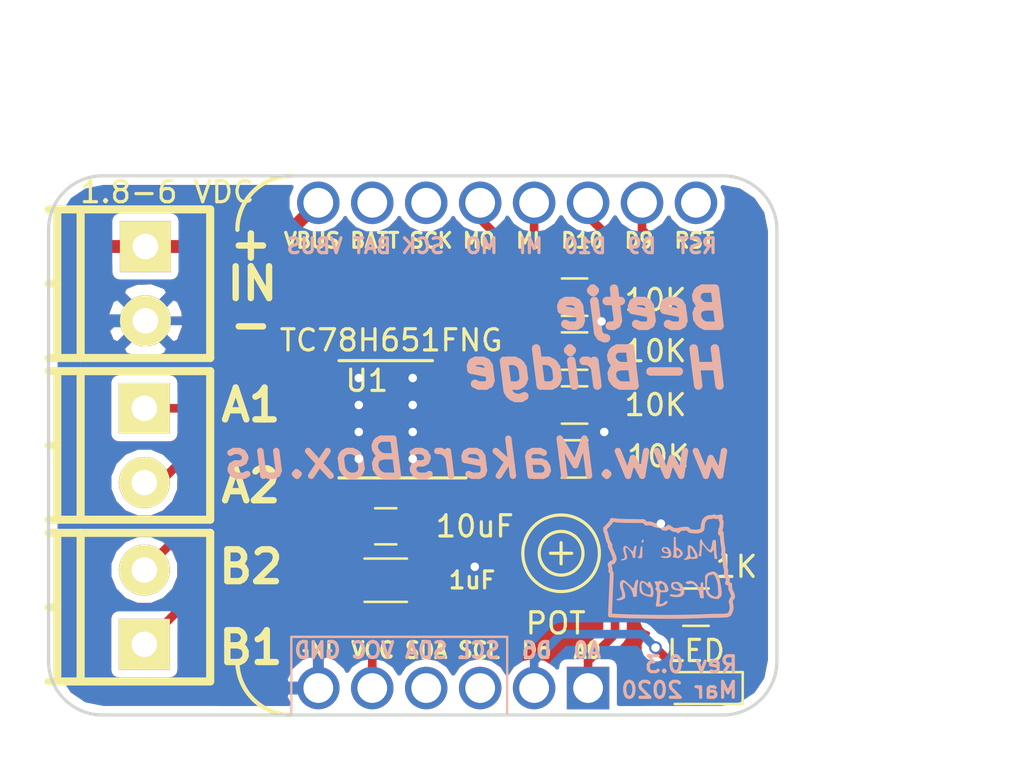
<source format=kicad_pcb>
(kicad_pcb (version 4) (host pcbnew 4.0.6)

  (general
    (links 30)
    (no_connects 0)
    (area 114.224999 92.634999 148.665001 118.185001)
    (thickness 1.6)
    (drawings 30)
    (tracks 150)
    (zones 0)
    (modules 16)
    (nets 20)
  )

  (page A)
  (title_block
    (title "Beetje 32U4 Blok")
    (date 2018-08-10)
    (rev 0.0)
    (company www.MakersBox.us)
    (comment 1 648.ken@gmail.com)
  )

  (layers
    (0 F.Cu signal)
    (31 B.Cu signal)
    (32 B.Adhes user)
    (33 F.Adhes user)
    (34 B.Paste user)
    (35 F.Paste user)
    (36 B.SilkS user)
    (37 F.SilkS user)
    (38 B.Mask user)
    (39 F.Mask user)
    (40 Dwgs.User user)
    (41 Cmts.User user)
    (42 Eco1.User user)
    (43 Eco2.User user)
    (44 Edge.Cuts user)
    (45 Margin user)
    (46 B.CrtYd user)
    (47 F.CrtYd user)
    (48 B.Fab user)
    (49 F.Fab user)
  )

  (setup
    (last_trace_width 0.4064)
    (user_trace_width 0.3048)
    (user_trace_width 0.4064)
    (user_trace_width 0.6096)
    (trace_clearance 0.2)
    (zone_clearance 0.508)
    (zone_45_only no)
    (trace_min 0.2)
    (segment_width 0.2)
    (edge_width 0.15)
    (via_size 0.6)
    (via_drill 0.4)
    (via_min_size 0.4)
    (via_min_drill 0.3)
    (uvia_size 0.3)
    (uvia_drill 0.1)
    (uvias_allowed no)
    (uvia_min_size 0.2)
    (uvia_min_drill 0.1)
    (pcb_text_width 0.3)
    (pcb_text_size 1.5 1.5)
    (mod_edge_width 0.15)
    (mod_text_size 1 1)
    (mod_text_width 0.15)
    (pad_size 2.4 2.4)
    (pad_drill 1.2)
    (pad_to_mask_clearance 0)
    (aux_axis_origin 0 0)
    (visible_elements 7FFFFFFF)
    (pcbplotparams
      (layerselection 0x00030_80000001)
      (usegerberextensions false)
      (excludeedgelayer true)
      (linewidth 0.100000)
      (plotframeref false)
      (viasonmask false)
      (mode 1)
      (useauxorigin false)
      (hpglpennumber 1)
      (hpglpenspeed 20)
      (hpglpendiameter 15)
      (hpglpenoverlay 2)
      (psnegative false)
      (psa4output false)
      (plotreference true)
      (plotvalue true)
      (plotinvisibletext false)
      (padsonsilk false)
      (subtractmaskfromsilk false)
      (outputformat 1)
      (mirror false)
      (drillshape 1)
      (scaleselection 1)
      (outputdirectory ""))
  )

  (net 0 "")
  (net 1 GND)
  (net 2 VBUS)
  (net 3 +BATT)
  (net 4 /D10)
  (net 5 /D9)
  (net 6 /SCL)
  (net 7 /SDA)
  (net 8 /A0)
  (net 9 /SCK)
  (net 10 /MOSI)
  (net 11 /MISO)
  (net 12 /~RESET)
  (net 13 VCC)
  (net 14 /D6)
  (net 15 /A01)
  (net 16 /A02)
  (net 17 /B02)
  (net 18 /B01)
  (net 19 "Net-(D2-Pad1)")

  (net_class Default "This is the default net class."
    (clearance 0.2)
    (trace_width 0.25)
    (via_dia 0.6)
    (via_drill 0.4)
    (uvia_dia 0.3)
    (uvia_drill 0.1)
    (add_net +BATT)
    (add_net /A0)
    (add_net /A01)
    (add_net /A02)
    (add_net /B01)
    (add_net /B02)
    (add_net /D10)
    (add_net /D6)
    (add_net /D9)
    (add_net /MISO)
    (add_net /MOSI)
    (add_net /SCK)
    (add_net /SCL)
    (add_net /SDA)
    (add_net /~RESET)
    (add_net GND)
    (add_net "Net-(D2-Pad1)")
    (add_net VBUS)
    (add_net VCC)
  )

  (module footprints:MadeInOregonRev25 (layer F.Cu) (tedit 5B7EDC92) (tstamp 5BA46FBA)
    (at 143.51 111.125)
    (fp_text reference VAL (at 0 0) (layer F.SilkS) hide
      (effects (font (size 1.143 1.143) (thickness 0.1778)))
    )
    (fp_text value MadeInOregonRev25 (at 0 0) (layer F.SilkS) hide
      (effects (font (size 0.5 0.5) (thickness 0.125)))
    )
    (fp_poly (pts (xy -3.09626 -1.76022) (xy -3.09626 -1.72212) (xy -3.09372 -1.69672) (xy -3.09118 -1.67386)
      (xy -3.0861 -1.65608) (xy -3.07594 -1.63576) (xy -3.0734 -1.62814) (xy -3.0607 -1.6002)
      (xy -3.05054 -1.5748) (xy -3.04038 -1.54432) (xy -3.03022 -1.50876) (xy -3.02006 -1.46304)
      (xy -3.00736 -1.4097) (xy -3.00228 -1.39192) (xy -2.98704 -1.31826) (xy -2.96926 -1.2573)
      (xy -2.95402 -1.20396) (xy -2.9337 -1.15824) (xy -2.91338 -1.1176) (xy -2.91338 -1.74752)
      (xy -2.91338 -1.76276) (xy -2.91084 -1.77546) (xy -2.90322 -1.78816) (xy -2.89052 -1.8034)
      (xy -2.86766 -1.82118) (xy -2.8575 -1.83134) (xy -2.82956 -1.8542) (xy -2.80416 -1.8796)
      (xy -2.78638 -1.90246) (xy -2.77876 -1.91008) (xy -2.76606 -1.92786) (xy -2.74574 -1.95326)
      (xy -2.72034 -1.98374) (xy -2.69494 -2.01422) (xy -2.6924 -2.01676) (xy -2.66954 -2.0447)
      (xy -2.64922 -2.0701) (xy -2.63652 -2.08788) (xy -2.6289 -2.09804) (xy -2.6289 -2.10058)
      (xy -2.62382 -2.10566) (xy -2.60604 -2.10566) (xy -2.58064 -2.10566) (xy -2.55016 -2.10058)
      (xy -2.51968 -2.0955) (xy -2.50952 -2.09296) (xy -2.49682 -2.09042) (xy -2.48412 -2.08534)
      (xy -2.46888 -2.08534) (xy -2.4511 -2.0828) (xy -2.4257 -2.08026) (xy -2.39268 -2.07772)
      (xy -2.35458 -2.07772) (xy -2.30632 -2.07518) (xy -2.2479 -2.07518) (xy -2.17678 -2.07264)
      (xy -2.09296 -2.0701) (xy -2.03962 -2.0701) (xy -1.95326 -2.06756) (xy -1.8669 -2.06756)
      (xy -1.78054 -2.06502) (xy -1.69672 -2.06502) (xy -1.61798 -2.06248) (xy -1.54686 -2.06248)
      (xy -1.48336 -2.06248) (xy -1.4351 -2.06248) (xy -1.4224 -2.06248) (xy -1.22936 -2.06248)
      (xy -1.1684 -2.00152) (xy -1.10744 -1.9431) (xy -1.0668 -1.9431) (xy -1.03886 -1.9431)
      (xy -1.0033 -1.94564) (xy -0.97536 -1.95072) (xy -0.94234 -1.95326) (xy -0.91186 -1.95072)
      (xy -0.87884 -1.94564) (xy -0.8382 -1.93548) (xy -0.79248 -1.9177) (xy -0.7366 -1.89484)
      (xy -0.72136 -1.88976) (xy -0.67818 -1.86944) (xy -0.64516 -1.85674) (xy -0.61722 -1.84912)
      (xy -0.59182 -1.84404) (xy -0.56388 -1.83896) (xy -0.5461 -1.83642) (xy -0.50038 -1.83134)
      (xy -0.46482 -1.82626) (xy -0.43688 -1.81864) (xy -0.41656 -1.80848) (xy -0.39624 -1.79578)
      (xy -0.37592 -1.77546) (xy -0.37338 -1.77292) (xy -0.35052 -1.7526) (xy -0.32512 -1.73482)
      (xy -0.30734 -1.72212) (xy -0.30734 -1.72212) (xy -0.28702 -1.71704) (xy -0.25654 -1.71196)
      (xy -0.22098 -1.70434) (xy -0.18288 -1.7018) (xy -0.14986 -1.69672) (xy -0.12446 -1.69672)
      (xy -0.10922 -1.69926) (xy -0.09652 -1.70688) (xy -0.07366 -1.71958) (xy -0.05334 -1.73736)
      (xy -0.03048 -1.75768) (xy -0.01524 -1.7653) (xy -0.00508 -1.76784) (xy 0 -1.7653)
      (xy 0.01016 -1.75768) (xy 0.03048 -1.74498) (xy 0.05842 -1.7272) (xy 0.0889 -1.70688)
      (xy 0.09652 -1.7018) (xy 0.18288 -1.64846) (xy 0.25908 -1.64592) (xy 0.29464 -1.64338)
      (xy 0.3175 -1.64084) (xy 0.3302 -1.6383) (xy 0.34036 -1.63322) (xy 0.34544 -1.6256)
      (xy 0.34798 -1.62052) (xy 0.3683 -1.59766) (xy 0.39624 -1.58242) (xy 0.42672 -1.5748)
      (xy 0.4318 -1.5748) (xy 0.45974 -1.58242) (xy 0.48768 -1.6002) (xy 0.51562 -1.63068)
      (xy 0.52578 -1.64338) (xy 0.53848 -1.65608) (xy 0.5461 -1.66624) (xy 0.55626 -1.67386)
      (xy 0.56896 -1.68148) (xy 0.58928 -1.68402) (xy 0.61468 -1.6891) (xy 0.65278 -1.69418)
      (xy 0.70104 -1.69672) (xy 0.71628 -1.69926) (xy 0.8255 -1.70942) (xy 0.85598 -1.68148)
      (xy 0.89154 -1.64846) (xy 0.9271 -1.62306) (xy 0.95758 -1.60274) (xy 0.96774 -1.59766)
      (xy 0.9906 -1.59258) (xy 1.02362 -1.5875) (xy 1.0668 -1.58242) (xy 1.11252 -1.57734)
      (xy 1.16332 -1.57226) (xy 1.21158 -1.56972) (xy 1.2573 -1.56972) (xy 1.25984 -1.56972)
      (xy 1.3081 -1.56972) (xy 1.35128 -1.5748) (xy 1.39446 -1.57988) (xy 1.44272 -1.59004)
      (xy 1.48844 -1.6002) (xy 1.52146 -1.61036) (xy 1.54686 -1.62306) (xy 1.56972 -1.63576)
      (xy 1.59258 -1.65608) (xy 1.61798 -1.68148) (xy 1.63576 -1.7018) (xy 1.651 -1.72212)
      (xy 1.65862 -1.74498) (xy 1.66624 -1.77292) (xy 1.67386 -1.80848) (xy 1.6764 -1.85166)
      (xy 1.68148 -1.90246) (xy 1.6891 -1.9812) (xy 1.7018 -2.04978) (xy 1.72212 -2.10566)
      (xy 1.74752 -2.15138) (xy 1.75006 -2.15646) (xy 1.77546 -2.18186) (xy 1.81356 -2.2098)
      (xy 1.82626 -2.21742) (xy 1.8542 -2.23012) (xy 1.87706 -2.24028) (xy 1.89484 -2.24282)
      (xy 1.9177 -2.24282) (xy 1.92024 -2.24282) (xy 1.95834 -2.24282) (xy 2.00152 -2.25044)
      (xy 2.032 -2.25806) (xy 2.0701 -2.27076) (xy 2.09804 -2.27584) (xy 2.11582 -2.27838)
      (xy 2.13106 -2.2733) (xy 2.1463 -2.26822) (xy 2.15392 -2.26314) (xy 2.1844 -2.2479)
      (xy 2.22758 -2.24282) (xy 2.27584 -2.2479) (xy 2.29108 -2.25298) (xy 2.31394 -2.25806)
      (xy 2.33426 -2.26314) (xy 2.34188 -2.26314) (xy 2.34188 -2.25806) (xy 2.34442 -2.23774)
      (xy 2.34442 -2.21488) (xy 2.34442 -2.21234) (xy 2.34442 -2.1844) (xy 2.34696 -2.16408)
      (xy 2.35204 -2.1463) (xy 2.36474 -2.12852) (xy 2.3876 -2.0955) (xy 2.37998 -1.97612)
      (xy 2.37744 -1.9304) (xy 2.37236 -1.89738) (xy 2.36982 -1.87198) (xy 2.36474 -1.8542)
      (xy 2.35966 -1.83896) (xy 2.35204 -1.82372) (xy 2.34696 -1.8161) (xy 2.33172 -1.78562)
      (xy 2.3241 -1.75768) (xy 2.3241 -1.73736) (xy 2.32156 -1.70942) (xy 2.31902 -1.68656)
      (xy 2.31648 -1.67894) (xy 2.31394 -1.66116) (xy 2.30886 -1.63576) (xy 2.30886 -1.60274)
      (xy 2.30886 -1.59004) (xy 2.30886 -1.55702) (xy 2.30886 -1.5367) (xy 2.31394 -1.52146)
      (xy 2.32156 -1.5113) (xy 2.33172 -1.4986) (xy 2.33426 -1.49606) (xy 2.35458 -1.48082)
      (xy 2.3749 -1.4732) (xy 2.37744 -1.47066) (xy 2.3876 -1.47066) (xy 2.39268 -1.46558)
      (xy 2.39776 -1.45034) (xy 2.4003 -1.42494) (xy 2.40284 -1.39192) (xy 2.40538 -1.35382)
      (xy 2.40538 -1.33096) (xy 2.40792 -1.28778) (xy 2.413 -1.2319) (xy 2.42062 -1.16078)
      (xy 2.43332 -1.07442) (xy 2.4511 -0.97536) (xy 2.4511 -0.96774) (xy 2.45872 -0.92456)
      (xy 2.4638 -0.88392) (xy 2.46888 -0.85344) (xy 2.47142 -0.83058) (xy 2.47396 -0.82296)
      (xy 2.47396 -0.81026) (xy 2.47142 -0.7874) (xy 2.47142 -0.75692) (xy 2.46888 -0.72644)
      (xy 2.46888 -0.69342) (xy 2.46634 -0.66294) (xy 2.4638 -0.64262) (xy 2.46126 -0.635)
      (xy 2.4511 -0.6096) (xy 2.44856 -0.57912) (xy 2.4511 -0.54864) (xy 2.46126 -0.52324)
      (xy 2.4765 -0.51054) (xy 2.48412 -0.49784) (xy 2.49174 -0.47244) (xy 2.5019 -0.4318)
      (xy 2.50952 -0.37592) (xy 2.51968 -0.30734) (xy 2.5273 -0.2286) (xy 2.53238 -0.16764)
      (xy 2.53746 -0.1143) (xy 2.54254 -0.0635) (xy 2.54762 -0.02032) (xy 2.5527 0.01524)
      (xy 2.55524 0.04064) (xy 2.55778 0.05334) (xy 2.56794 0.07366) (xy 2.5781 0.1016)
      (xy 2.58826 0.127) (xy 2.59588 0.14732) (xy 2.6035 0.16256) (xy 2.60604 0.18034)
      (xy 2.60858 0.20066) (xy 2.60858 0.22606) (xy 2.60604 0.25908) (xy 2.6035 0.3048)
      (xy 2.6035 0.32512) (xy 2.60096 0.37084) (xy 2.60096 0.4064) (xy 2.60604 0.43434)
      (xy 2.61366 0.45974) (xy 2.62636 0.48768) (xy 2.64668 0.5207) (xy 2.66446 0.5588)
      (xy 2.67462 0.58674) (xy 2.6797 0.61468) (xy 2.67462 0.64262) (xy 2.66446 0.68072)
      (xy 2.65938 0.69088) (xy 2.64668 0.72898) (xy 2.63906 0.75946) (xy 2.63906 0.77978)
      (xy 2.6416 0.79756) (xy 2.64922 0.8128) (xy 2.64922 0.81534) (xy 2.66446 0.83058)
      (xy 2.68986 0.84836) (xy 2.72034 0.86614) (xy 2.75336 0.87884) (xy 2.77368 0.88646)
      (xy 2.794 0.89154) (xy 2.794 0.98044) (xy 2.794 1.07188) (xy 2.82448 1.13538)
      (xy 2.8575 1.20396) (xy 2.8829 1.26238) (xy 2.90322 1.31064) (xy 2.91592 1.3462)
      (xy 2.921 1.36652) (xy 2.92354 1.3843) (xy 2.92354 1.39954) (xy 2.91592 1.41478)
      (xy 2.90068 1.4351) (xy 2.90068 1.43764) (xy 2.87274 1.47828) (xy 2.84988 1.51638)
      (xy 2.8321 1.5621) (xy 2.82448 1.59004) (xy 2.80924 1.64338) (xy 2.8321 1.74244)
      (xy 2.84734 1.80848) (xy 2.85496 1.86182) (xy 2.86004 1.90754) (xy 2.86004 1.94818)
      (xy 2.85242 1.98628) (xy 2.84226 2.02438) (xy 2.84226 2.02438) (xy 2.82702 2.06756)
      (xy 2.81432 2.10566) (xy 2.79908 2.13868) (xy 2.78892 2.16154) (xy 2.77876 2.1717)
      (xy 2.77876 2.17424) (xy 2.7686 2.17678) (xy 2.74828 2.1844) (xy 2.74066 2.18948)
      (xy 2.7178 2.1971) (xy 2.68224 2.20472) (xy 2.63398 2.2098) (xy 2.57302 2.21234)
      (xy 2.49682 2.21488) (xy 2.40792 2.21742) (xy 2.30632 2.21742) (xy 2.29616 2.21742)
      (xy 2.24028 2.21996) (xy 2.17424 2.21996) (xy 2.10058 2.2225) (xy 2.02184 2.2225)
      (xy 1.9431 2.22504) (xy 1.86944 2.23012) (xy 1.84912 2.23012) (xy 1.6129 2.23774)
      (xy 1.38684 2.2479) (xy 1.16332 2.25298) (xy 0.9398 2.25806) (xy 0.71882 2.26314)
      (xy 0.4953 2.26568) (xy 0.26924 2.26822) (xy 0.03556 2.26822) (xy -0.2032 2.26822)
      (xy -0.45466 2.26822) (xy -0.71628 2.26568) (xy -0.84836 2.26314) (xy -1.03378 2.2606)
      (xy -1.20396 2.25806) (xy -1.36144 2.25552) (xy -1.50622 2.25298) (xy -1.64084 2.25044)
      (xy -1.7653 2.2479) (xy -1.88214 2.24536) (xy -1.98882 2.24282) (xy -2.08788 2.23774)
      (xy -2.17932 2.2352) (xy -2.26822 2.23266) (xy -2.35204 2.22758) (xy -2.39776 2.22504)
      (xy -2.46126 2.2225) (xy -2.51968 2.21742) (xy -2.57302 2.21488) (xy -2.61874 2.21234)
      (xy -2.65176 2.2098) (xy -2.67462 2.2098) (xy -2.68732 2.2098) (xy -2.68732 2.2098)
      (xy -2.68732 2.20218) (xy -2.68478 2.17932) (xy -2.68478 2.1463) (xy -2.68224 2.09804)
      (xy -2.6797 2.03962) (xy -2.67716 1.97104) (xy -2.67208 1.8923) (xy -2.66954 1.80594)
      (xy -2.66446 1.70942) (xy -2.65938 1.60782) (xy -2.65684 1.50114) (xy -2.65176 1.38684)
      (xy -2.64414 1.27) (xy -2.64414 1.25476) (xy -2.63906 1.11506) (xy -2.63398 0.98806)
      (xy -2.6289 0.87376) (xy -2.62382 0.77216) (xy -2.61874 0.68326) (xy -2.6162 0.60452)
      (xy -2.61366 0.53848) (xy -2.61112 0.47752) (xy -2.61112 0.42926) (xy -2.61112 0.38608)
      (xy -2.61112 0.35306) (xy -2.61112 0.32258) (xy -2.61112 0.29972) (xy -2.61366 0.28194)
      (xy -2.6162 0.2667) (xy -2.61874 0.25654) (xy -2.62128 0.24638) (xy -2.62636 0.23876)
      (xy -2.63144 0.23368) (xy -2.63652 0.22606) (xy -2.6416 0.21844) (xy -2.6543 0.2032)
      (xy -2.66192 0.18796) (xy -2.66446 0.17272) (xy -2.66192 0.14732) (xy -2.66192 0.13716)
      (xy -2.66192 0.1016) (xy -2.66446 0.06858) (xy -2.67462 0.02794) (xy -2.67462 0.0254)
      (xy -2.68732 -0.01778) (xy -2.69494 -0.04826) (xy -2.69748 -0.07112) (xy -2.69748 -0.08382)
      (xy -2.69494 -0.09398) (xy -2.68732 -0.09906) (xy -2.68732 -0.1016) (xy -2.66954 -0.10668)
      (xy -2.64668 -0.1143) (xy -2.63652 -0.1143) (xy -2.60858 -0.12192) (xy -2.58572 -0.13208)
      (xy -2.5654 -0.14732) (xy -2.54762 -0.17018) (xy -2.52476 -0.20574) (xy -2.50698 -0.2413)
      (xy -2.4638 -0.3302) (xy -2.47142 -0.40894) (xy -2.4765 -0.43942) (xy -2.48158 -0.46736)
      (xy -2.4892 -0.49276) (xy -2.49682 -0.5207) (xy -2.50952 -0.55626) (xy -2.52984 -0.59944)
      (xy -2.53492 -0.61214) (xy -2.55524 -0.66294) (xy -2.5781 -0.71374) (xy -2.60096 -0.76708)
      (xy -2.62128 -0.8128) (xy -2.63144 -0.83058) (xy -2.64668 -0.86868) (xy -2.65938 -0.89662)
      (xy -2.667 -0.91694) (xy -2.66954 -0.92964) (xy -2.667 -0.9398) (xy -2.667 -0.94996)
      (xy -2.65938 -0.97536) (xy -2.65938 -1.00584) (xy -2.66954 -1.03886) (xy -2.68732 -1.0795)
      (xy -2.71272 -1.12776) (xy -2.71526 -1.1303) (xy -2.73812 -1.17094) (xy -2.75844 -1.2065)
      (xy -2.77368 -1.23698) (xy -2.78384 -1.26746) (xy -2.79654 -1.30048) (xy -2.8067 -1.34112)
      (xy -2.81686 -1.38684) (xy -2.82702 -1.43256) (xy -2.84226 -1.49606) (xy -2.85496 -1.54686)
      (xy -2.86512 -1.5875) (xy -2.87528 -1.62052) (xy -2.88544 -1.64846) (xy -2.89306 -1.67132)
      (xy -2.90068 -1.68148) (xy -2.9083 -1.70942) (xy -2.91338 -1.7399) (xy -2.91338 -1.74752)
      (xy -2.91338 -1.1176) (xy -2.91084 -1.11506) (xy -2.90576 -1.09982) (xy -2.88798 -1.07188)
      (xy -2.87782 -1.04902) (xy -2.87274 -1.03632) (xy -2.87274 -1.02616) (xy -2.87782 -1.016)
      (xy -2.88036 -0.99822) (xy -2.8829 -0.98044) (xy -2.87782 -0.95758) (xy -2.8702 -0.92964)
      (xy -2.85496 -0.89408) (xy -2.83464 -0.84582) (xy -2.8194 -0.81534) (xy -2.78384 -0.73406)
      (xy -2.74828 -0.65786) (xy -2.72034 -0.58928) (xy -2.69494 -0.52832) (xy -2.67462 -0.47752)
      (xy -2.66192 -0.43688) (xy -2.6543 -0.40894) (xy -2.6543 -0.4064) (xy -2.64922 -0.37846)
      (xy -2.65176 -0.36068) (xy -2.65684 -0.34036) (xy -2.66446 -0.32766) (xy -2.67462 -0.30734)
      (xy -2.68732 -0.29464) (xy -2.70256 -0.28702) (xy -2.72542 -0.28194) (xy -2.73812 -0.2794)
      (xy -2.75336 -0.27686) (xy -2.77114 -0.2667) (xy -2.78892 -0.25146) (xy -2.81686 -0.22606)
      (xy -2.82448 -0.2159) (xy -2.84988 -0.1905) (xy -2.86766 -0.17272) (xy -2.87782 -0.16002)
      (xy -2.8829 -0.14732) (xy -2.8829 -0.13208) (xy -2.8829 -0.12192) (xy -2.88036 -0.06858)
      (xy -2.86766 -0.00762) (xy -2.85242 0.05588) (xy -2.8448 0.08382) (xy -2.84226 0.10668)
      (xy -2.84226 0.12954) (xy -2.8448 0.16002) (xy -2.84734 0.1651) (xy -2.84988 0.19812)
      (xy -2.84988 0.22606) (xy -2.84226 0.24892) (xy -2.82448 0.27686) (xy -2.8067 0.29972)
      (xy -2.78384 0.32766) (xy -2.82702 1.3081) (xy -2.8321 1.42748) (xy -2.83718 1.54432)
      (xy -2.84226 1.65608) (xy -2.84734 1.76276) (xy -2.84988 1.86182) (xy -2.85496 1.95326)
      (xy -2.8575 2.03708) (xy -2.86004 2.11074) (xy -2.86258 2.17424) (xy -2.86512 2.22758)
      (xy -2.86512 2.26822) (xy -2.86512 2.29616) (xy -2.86512 2.3114) (xy -2.86512 2.3114)
      (xy -2.85496 2.3368) (xy -2.83464 2.35966) (xy -2.81178 2.3749) (xy -2.8067 2.37744)
      (xy -2.794 2.37998) (xy -2.76606 2.38252) (xy -2.72796 2.38506) (xy -2.6797 2.39014)
      (xy -2.62128 2.39268) (xy -2.55778 2.39776) (xy -2.48412 2.4003) (xy -2.40792 2.40538)
      (xy -2.32664 2.40792) (xy -2.24536 2.413) (xy -2.16154 2.41554) (xy -2.08026 2.41808)
      (xy -1.99898 2.42062) (xy -1.92278 2.42316) (xy -1.85166 2.4257) (xy -1.80848 2.42824)
      (xy -1.74752 2.42824) (xy -1.67386 2.43078) (xy -1.59004 2.43078) (xy -1.4986 2.43332)
      (xy -1.397 2.43586) (xy -1.29032 2.43586) (xy -1.1811 2.4384) (xy -1.0668 2.4384)
      (xy -0.95504 2.44094) (xy -0.84582 2.44348) (xy -0.80264 2.44348) (xy -0.70104 2.44348)
      (xy -0.59944 2.44602) (xy -0.50038 2.44602) (xy -0.40386 2.44856) (xy -0.31496 2.44856)
      (xy -0.23114 2.44856) (xy -0.15748 2.4511) (xy -0.09398 2.4511) (xy -0.04064 2.4511)
      (xy 0 2.4511) (xy 0.02286 2.4511) (xy 0.05842 2.4511) (xy 0.10922 2.4511)
      (xy 0.17018 2.4511) (xy 0.2413 2.4511) (xy 0.3175 2.4511) (xy 0.39878 2.44856)
      (xy 0.4826 2.44856) (xy 0.56642 2.44602) (xy 0.60198 2.44602) (xy 0.75692 2.44348)
      (xy 0.90678 2.4384) (xy 1.0541 2.43586) (xy 1.1938 2.43078) (xy 1.32588 2.42824)
      (xy 1.45034 2.42316) (xy 1.56464 2.42062) (xy 1.66624 2.41808) (xy 1.7526 2.413)
      (xy 1.77038 2.413) (xy 1.82626 2.41046) (xy 1.8923 2.40792) (xy 1.96342 2.40792)
      (xy 2.03454 2.40538) (xy 2.10312 2.40538) (xy 2.12852 2.40538) (xy 2.19456 2.40538)
      (xy 2.26822 2.40284) (xy 2.3495 2.40284) (xy 2.42824 2.39776) (xy 2.50444 2.39522)
      (xy 2.54254 2.39522) (xy 2.75844 2.38252) (xy 2.82956 2.3495) (xy 2.86258 2.33172)
      (xy 2.88798 2.31902) (xy 2.90576 2.30632) (xy 2.91084 2.30124) (xy 2.92608 2.28092)
      (xy 2.94132 2.25044) (xy 2.96164 2.2098) (xy 2.97942 2.16662) (xy 2.9972 2.12344)
      (xy 3.01244 2.08534) (xy 3.02514 2.0447) (xy 3.03276 2.01168) (xy 3.03784 1.98628)
      (xy 3.04038 1.9558) (xy 3.04038 1.93548) (xy 3.0353 1.86182) (xy 3.0226 1.778)
      (xy 3.00736 1.70434) (xy 2.99974 1.66878) (xy 2.99974 1.64084) (xy 3.00736 1.61036)
      (xy 3.0226 1.57734) (xy 3.04546 1.53924) (xy 3.0607 1.52146) (xy 3.08356 1.4859)
      (xy 3.0988 1.4605) (xy 3.10642 1.4351) (xy 3.10896 1.4097) (xy 3.10642 1.37668)
      (xy 3.0988 1.33858) (xy 3.09118 1.3081) (xy 3.07848 1.26746) (xy 3.0607 1.22174)
      (xy 3.04038 1.1684) (xy 3.01498 1.1176) (xy 2.99466 1.07442) (xy 2.98704 1.05664)
      (xy 2.97942 1.0414) (xy 2.97688 1.02362) (xy 2.97434 1.0033) (xy 2.97434 0.97282)
      (xy 2.97434 0.93218) (xy 2.97434 0.9271) (xy 2.9718 0.87884) (xy 2.96926 0.8382)
      (xy 2.96418 0.81026) (xy 2.95148 0.7874) (xy 2.9337 0.76708) (xy 2.90576 0.7493)
      (xy 2.86766 0.72898) (xy 2.84734 0.71882) (xy 2.84734 0.7112) (xy 2.84988 0.69342)
      (xy 2.85496 0.66802) (xy 2.8575 0.6604) (xy 2.86258 0.61468) (xy 2.86258 0.5842)
      (xy 2.86258 0.57658) (xy 2.84988 0.5334) (xy 2.82956 0.48768) (xy 2.8067 0.44196)
      (xy 2.79908 0.42926) (xy 2.79146 0.41656) (xy 2.78638 0.40386) (xy 2.7813 0.38862)
      (xy 2.7813 0.37084) (xy 2.7813 0.34798) (xy 2.7813 0.3175) (xy 2.78638 0.27432)
      (xy 2.79146 0.22098) (xy 2.79146 0.21844) (xy 2.79146 0.19304) (xy 2.79146 0.16764)
      (xy 2.78384 0.1397) (xy 2.77622 0.11176) (xy 2.76352 0.07874) (xy 2.75336 0.04826)
      (xy 2.7432 0.0254) (xy 2.74066 0.02032) (xy 2.73558 0.00762) (xy 2.7305 -0.0127)
      (xy 2.72796 -0.04064) (xy 2.72288 -0.07874) (xy 2.7178 -0.12954) (xy 2.71272 -0.1905)
      (xy 2.7051 -0.25908) (xy 2.69748 -0.32512) (xy 2.68986 -0.38862) (xy 2.6797 -0.44958)
      (xy 2.67208 -0.50292) (xy 2.66446 -0.5461) (xy 2.6543 -0.57658) (xy 2.65176 -0.58674)
      (xy 2.65176 -0.60452) (xy 2.6543 -0.6223) (xy 2.65684 -0.6477) (xy 2.65176 -0.68326)
      (xy 2.65176 -0.68326) (xy 2.64668 -0.71628) (xy 2.64922 -0.75184) (xy 2.65176 -0.76962)
      (xy 2.6543 -0.79248) (xy 2.65684 -0.8128) (xy 2.6543 -0.83566) (xy 2.65176 -0.8636)
      (xy 2.64414 -0.90424) (xy 2.6416 -0.91948) (xy 2.62382 -1.01346) (xy 2.61112 -1.09982)
      (xy 2.60096 -1.1811) (xy 2.59334 -1.26238) (xy 2.58572 -1.35128) (xy 2.58064 -1.42748)
      (xy 2.5781 -1.49352) (xy 2.57302 -1.54432) (xy 2.57048 -1.58496) (xy 2.5654 -1.61544)
      (xy 2.56286 -1.6383) (xy 2.55524 -1.65608) (xy 2.54762 -1.66878) (xy 2.53746 -1.6764)
      (xy 2.52984 -1.68402) (xy 2.51714 -1.69418) (xy 2.51206 -1.70688) (xy 2.5146 -1.72466)
      (xy 2.52222 -1.75006) (xy 2.53238 -1.77546) (xy 2.53238 -1.77546) (xy 2.54 -1.78816)
      (xy 2.54254 -1.79832) (xy 2.54762 -1.81102) (xy 2.55016 -1.8288) (xy 2.5527 -1.85166)
      (xy 2.55524 -1.88214) (xy 2.55778 -1.92532) (xy 2.56286 -1.97866) (xy 2.56286 -2.0066)
      (xy 2.57302 -2.159) (xy 2.54762 -2.18948) (xy 2.52222 -2.21996) (xy 2.52984 -2.29616)
      (xy 2.53238 -2.34442) (xy 2.53238 -2.37998) (xy 2.52984 -2.40538) (xy 2.51968 -2.4257)
      (xy 2.50698 -2.44094) (xy 2.50444 -2.44348) (xy 2.4892 -2.45618) (xy 2.47142 -2.46126)
      (xy 2.44856 -2.4638) (xy 2.42062 -2.4638) (xy 2.38252 -2.45618) (xy 2.33172 -2.44602)
      (xy 2.32664 -2.44348) (xy 2.2352 -2.42316) (xy 2.19964 -2.44348) (xy 2.17424 -2.45618)
      (xy 2.15138 -2.4638) (xy 2.12344 -2.4638) (xy 2.09296 -2.45872) (xy 2.04978 -2.4511)
      (xy 2.0193 -2.44348) (xy 1.98374 -2.43332) (xy 1.9558 -2.4257) (xy 1.93802 -2.42316)
      (xy 1.92024 -2.4257) (xy 1.90754 -2.42824) (xy 1.88722 -2.43078) (xy 1.86944 -2.43078)
      (xy 1.84912 -2.42824) (xy 1.82372 -2.41808) (xy 1.79324 -2.40284) (xy 1.76022 -2.38506)
      (xy 1.71958 -2.3622) (xy 1.6891 -2.34442) (xy 1.66624 -2.32664) (xy 1.64846 -2.3114)
      (xy 1.63068 -2.29362) (xy 1.6129 -2.27076) (xy 1.59258 -2.2479) (xy 1.57734 -2.22504)
      (xy 1.56718 -2.20472) (xy 1.55702 -2.17932) (xy 1.54432 -2.1463) (xy 1.53162 -2.10312)
      (xy 1.52908 -2.09296) (xy 1.51638 -2.0447) (xy 1.50876 -2.00406) (xy 1.50368 -1.96596)
      (xy 1.4986 -1.92278) (xy 1.4986 -1.90754) (xy 1.49606 -1.86182) (xy 1.49352 -1.8288)
      (xy 1.4859 -1.80594) (xy 1.4732 -1.7907) (xy 1.45288 -1.778) (xy 1.4224 -1.77038)
      (xy 1.39446 -1.76276) (xy 1.3335 -1.7526) (xy 1.26238 -1.74752) (xy 1.18364 -1.75006)
      (xy 1.10998 -1.75768) (xy 1.03124 -1.7653) (xy 0.9652 -1.82372) (xy 0.9398 -1.84912)
      (xy 0.9144 -1.8669) (xy 0.89408 -1.88214) (xy 0.88392 -1.88722) (xy 0.86868 -1.88722)
      (xy 0.84328 -1.88722) (xy 0.80518 -1.88722) (xy 0.762 -1.88214) (xy 0.7112 -1.8796)
      (xy 0.6604 -1.87452) (xy 0.6096 -1.86944) (xy 0.56642 -1.86436) (xy 0.52324 -1.85674)
      (xy 0.49276 -1.85166) (xy 0.47244 -1.8415) (xy 0.45974 -1.83642) (xy 0.44958 -1.8288)
      (xy 0.43942 -1.82372) (xy 0.42418 -1.82118) (xy 0.40386 -1.82118) (xy 0.37592 -1.82118)
      (xy 0.33782 -1.82118) (xy 0.23622 -1.82372) (xy 0.13208 -1.8923) (xy 0.09398 -1.9177)
      (xy 0.06096 -1.93802) (xy 0.03302 -1.9558) (xy 0.0127 -1.96596) (xy 0.00508 -1.97104)
      (xy -0.02286 -1.97866) (xy -0.04826 -1.97358) (xy -0.07874 -1.95834) (xy -0.1143 -1.92786)
      (xy -0.11684 -1.92532) (xy -0.1397 -1.905) (xy -0.15748 -1.8923) (xy -0.17272 -1.88468)
      (xy -0.18796 -1.88214) (xy -0.19304 -1.88214) (xy -0.21082 -1.88468) (xy -0.22352 -1.88722)
      (xy -0.2413 -1.89992) (xy -0.26162 -1.9177) (xy -0.27178 -1.92786) (xy -0.30226 -1.95326)
      (xy -0.33528 -1.97358) (xy -0.37338 -1.98882) (xy -0.41656 -1.99898) (xy -0.47244 -2.00914)
      (xy -0.50038 -2.01168) (xy -0.53848 -2.01676) (xy -0.56896 -2.02438) (xy -0.59944 -2.03454)
      (xy -0.635 -2.04724) (xy -0.66548 -2.05994) (xy -0.70866 -2.07772) (xy -0.75692 -2.0955)
      (xy -0.80264 -2.11074) (xy -0.83058 -2.11836) (xy -0.86868 -2.12598) (xy -0.89662 -2.1336)
      (xy -0.91948 -2.1336) (xy -0.94234 -2.1336) (xy -0.97282 -2.13106) (xy -1.03378 -2.12344)
      (xy -1.0922 -2.17678) (xy -1.12776 -2.2098) (xy -1.1557 -2.23012) (xy -1.17348 -2.2352)
      (xy -1.18618 -2.23774) (xy -1.21412 -2.23774) (xy -1.24968 -2.24028) (xy -1.2954 -2.24028)
      (xy -1.3462 -2.24028) (xy -1.40208 -2.24028) (xy -1.40462 -2.24028) (xy -1.48844 -2.24028)
      (xy -1.57734 -2.24282) (xy -1.66878 -2.24282) (xy -1.76022 -2.24282) (xy -1.85166 -2.24536)
      (xy -1.94056 -2.2479) (xy -2.02438 -2.2479) (xy -2.10566 -2.25044) (xy -2.18186 -2.25298)
      (xy -2.25044 -2.25552) (xy -2.30886 -2.25806) (xy -2.35966 -2.2606) (xy -2.39776 -2.26314)
      (xy -2.42316 -2.26568) (xy -2.43586 -2.26822) (xy -2.45364 -2.27076) (xy -2.48666 -2.27584)
      (xy -2.52476 -2.28092) (xy -2.5654 -2.28346) (xy -2.58572 -2.286) (xy -2.63144 -2.28854)
      (xy -2.66446 -2.29108) (xy -2.68732 -2.29108) (xy -2.7051 -2.29108) (xy -2.7178 -2.28854)
      (xy -2.72796 -2.28346) (xy -2.7305 -2.28092) (xy -2.7559 -2.2606) (xy -2.77876 -2.22758)
      (xy -2.78892 -2.19202) (xy -2.79654 -2.17678) (xy -2.81178 -2.15392) (xy -2.8321 -2.13106)
      (xy -2.83718 -2.12344) (xy -2.86258 -2.09296) (xy -2.88544 -2.06502) (xy -2.90576 -2.04216)
      (xy -2.9083 -2.03708) (xy -2.92354 -2.0193) (xy -2.94894 -1.9939) (xy -2.97688 -1.96596)
      (xy -3.00482 -1.93802) (xy -3.03276 -1.91262) (xy -3.05816 -1.88976) (xy -3.07594 -1.87198)
      (xy -3.0861 -1.85928) (xy -3.0861 -1.85928) (xy -3.09118 -1.8415) (xy -3.09626 -1.81102)
      (xy -3.09626 -1.77038) (xy -3.09626 -1.76022) (xy -3.09626 -1.76022)) (layer B.SilkS) (width 0.00254))
    (fp_poly (pts (xy -0.67056 0.70358) (xy -0.67056 0.72136) (xy -0.66802 0.72644) (xy -0.66548 0.74676)
      (xy -0.65532 0.7747) (xy -0.64262 0.80772) (xy -0.63246 0.83312) (xy -0.61468 0.8763)
      (xy -0.60198 0.90932) (xy -0.59436 0.93218) (xy -0.59182 0.94996) (xy -0.5969 0.9652)
      (xy -0.60198 0.9779) (xy -0.61722 0.99568) (xy -0.63246 1.01092) (xy -0.64516 1.02362)
      (xy -0.6477 1.03632) (xy -0.64262 1.05156) (xy -0.62484 1.07188) (xy -0.6223 1.07696)
      (xy -0.59944 1.10236) (xy -0.5842 1.12522) (xy -0.57404 1.14554) (xy -0.56896 1.17348)
      (xy -0.56388 1.2065) (xy -0.56134 1.24968) (xy -0.56134 1.26238) (xy -0.56134 1.31572)
      (xy -0.56134 1.36652) (xy -0.56642 1.41986) (xy -0.5715 1.47828) (xy -0.58166 1.54686)
      (xy -0.59182 1.62306) (xy -0.59944 1.66116) (xy -0.60706 1.71704) (xy -0.61468 1.76022)
      (xy -0.61722 1.79324) (xy -0.61976 1.8161) (xy -0.61722 1.83388) (xy -0.61468 1.84658)
      (xy -0.6096 1.85674) (xy -0.6096 1.85928) (xy -0.60198 1.8669) (xy -0.59436 1.86944)
      (xy -0.58166 1.87198) (xy -0.56134 1.87452) (xy -0.53086 1.87452) (xy -0.51308 1.87452)
      (xy -0.47752 1.87452) (xy -0.45974 1.87198) (xy -0.45974 0.94234) (xy -0.45212 0.89662)
      (xy -0.43688 0.85344) (xy -0.41402 0.81788) (xy -0.40894 0.81026) (xy -0.38354 0.79502)
      (xy -0.35306 0.79248) (xy -0.32258 0.8001) (xy -0.2921 0.81788) (xy -0.26162 0.84582)
      (xy -0.23622 0.87884) (xy -0.21844 0.91948) (xy -0.21336 0.92964) (xy -0.20828 0.9525)
      (xy -0.2032 0.98044) (xy -0.19812 1.01092) (xy -0.19304 1.0414) (xy -0.1905 1.06934)
      (xy -0.18796 1.08712) (xy -0.1905 1.09728) (xy -0.20066 1.09982) (xy -0.22098 1.1049)
      (xy -0.24892 1.10998) (xy -0.2794 1.11252) (xy -0.30734 1.11506) (xy -0.3302 1.1176)
      (xy -0.34036 1.1176) (xy -0.36322 1.10998) (xy -0.38862 1.09474) (xy -0.39878 1.08458)
      (xy -0.4191 1.06172) (xy -0.43688 1.03886) (xy -0.44196 1.02616) (xy -0.4572 0.98806)
      (xy -0.45974 0.94234) (xy -0.45974 1.87198) (xy -0.4445 1.87198) (xy -0.42164 1.87198)
      (xy -0.41148 1.86944) (xy -0.37338 1.86182) (xy -0.3302 1.85166) (xy -0.28448 1.83642)
      (xy -0.24384 1.82372) (xy -0.21336 1.80848) (xy -0.20828 1.80848) (xy -0.17018 1.78562)
      (xy -0.13462 1.75768) (xy -0.10414 1.7272) (xy -0.08382 1.69926) (xy -0.07112 1.67386)
      (xy -0.07112 1.651) (xy -0.07112 1.651) (xy -0.08382 1.63068) (xy -0.10414 1.6129)
      (xy -0.12446 1.60528) (xy -0.12446 1.60528) (xy -0.1397 1.6129) (xy -0.16256 1.62814)
      (xy -0.19558 1.65608) (xy -0.20066 1.65862) (xy -0.24384 1.69672) (xy -0.28702 1.72466)
      (xy -0.3302 1.74498) (xy -0.37084 1.75768) (xy -0.40386 1.76276) (xy -0.4318 1.75514)
      (xy -0.43942 1.75006) (xy -0.44958 1.74244) (xy -0.45212 1.73482) (xy -0.45212 1.71958)
      (xy -0.44704 1.69672) (xy -0.4445 1.69418) (xy -0.44196 1.67386) (xy -0.43688 1.64338)
      (xy -0.4318 1.60274) (xy -0.42926 1.55194) (xy -0.42418 1.4859) (xy -0.4191 1.4097)
      (xy -0.41402 1.31826) (xy -0.41148 1.29286) (xy -0.4064 1.20142) (xy -0.27178 1.20142)
      (xy -0.21336 1.20142) (xy -0.17018 1.20142) (xy -0.13462 1.19888) (xy -0.10668 1.19126)
      (xy -0.08636 1.18364) (xy -0.06858 1.1684) (xy -0.0508 1.15316) (xy -0.04572 1.14808)
      (xy -0.03048 1.12776) (xy -0.0254 1.11506) (xy -0.0254 1.09474) (xy -0.02794 1.08458)
      (xy -0.04318 0.99822) (xy -0.06858 0.92202) (xy -0.1016 0.85598) (xy -0.14224 0.8001)
      (xy -0.1524 0.78994) (xy -0.18796 0.75692) (xy -0.22352 0.73406) (xy -0.26416 0.71374)
      (xy -0.29718 0.70104) (xy -0.3302 0.68834) (xy -0.36322 0.6731) (xy -0.37846 0.66548)
      (xy -0.4191 0.64262) (xy -0.44704 0.66548) (xy -0.4699 0.68326) (xy -0.49022 0.69596)
      (xy -0.51308 0.6985) (xy -0.54102 0.69596) (xy -0.57404 0.69088) (xy -0.60706 0.68326)
      (xy -0.62992 0.68326) (xy -0.64516 0.68326) (xy -0.65532 0.6858) (xy -0.66802 0.69342)
      (xy -0.67056 0.70358) (xy -0.67056 0.70358)) (layer B.SilkS) (width 0.00254))
    (fp_poly (pts (xy -2.47904 1.55448) (xy -2.47142 1.56464) (xy -2.47142 1.56718) (xy -2.45364 1.5748)
      (xy -2.4257 1.57988) (xy -2.39014 1.58242) (xy -2.3495 1.57988) (xy -2.30886 1.57734)
      (xy -2.29108 1.57226) (xy -2.24536 1.5621) (xy -2.1971 1.54686) (xy -2.15392 1.52654)
      (xy -2.11836 1.50622) (xy -2.0955 1.49098) (xy -2.08026 1.47828) (xy -2.07264 1.46558)
      (xy -2.06756 1.44526) (xy -2.06248 1.41986) (xy -2.05994 1.41224) (xy -2.0574 1.35636)
      (xy -2.06248 1.30048) (xy -2.07518 1.23698) (xy -2.09804 1.16586) (xy -2.10312 1.14808)
      (xy -2.13106 1.0668) (xy -2.15138 0.99568) (xy -2.16408 0.93218) (xy -2.16916 0.87376)
      (xy -2.16916 0.86614) (xy -2.16662 0.81788) (xy -2.159 0.77978) (xy -2.1463 0.75692)
      (xy -2.12598 0.74676) (xy -2.10058 0.75184) (xy -2.0955 0.75184) (xy -2.07772 0.76454)
      (xy -2.04978 0.78486) (xy -2.0193 0.81026) (xy -1.98628 0.8382) (xy -1.95326 0.86868)
      (xy -1.92278 0.89662) (xy -1.91516 0.90678) (xy -1.8415 0.99314) (xy -1.78308 1.08458)
      (xy -1.73736 1.17602) (xy -1.70688 1.27) (xy -1.69672 1.3335) (xy -1.69164 1.36398)
      (xy -1.68402 1.39192) (xy -1.6764 1.4097) (xy -1.6764 1.4097) (xy -1.66878 1.41986)
      (xy -1.66116 1.4224) (xy -1.64592 1.42494) (xy -1.62306 1.4224) (xy -1.59258 1.41732)
      (xy -1.55702 1.41224) (xy -1.51892 1.40462) (xy -1.51384 1.32334) (xy -1.5113 1.28016)
      (xy -1.5113 1.22936) (xy -1.50876 1.1811) (xy -1.50876 1.16078) (xy -1.50876 1.11252)
      (xy -1.50622 1.06426) (xy -1.50114 1.016) (xy -1.49606 0.96266) (xy -1.4859 0.89916)
      (xy -1.47574 0.82804) (xy -1.46812 0.78232) (xy -1.4605 0.7366) (xy -1.45542 0.69596)
      (xy -1.45034 0.6604) (xy -1.4478 0.63754) (xy -1.4478 0.62484) (xy -1.4478 0.6223)
      (xy -1.45796 0.61468) (xy -1.47574 0.61214) (xy -1.50114 0.61722) (xy -1.52654 0.62992)
      (xy -1.54686 0.64516) (xy -1.56464 0.66548) (xy -1.57988 0.69342) (xy -1.59512 0.73152)
      (xy -1.61036 0.77978) (xy -1.62306 0.84328) (xy -1.6256 0.84836) (xy -1.6383 0.9017)
      (xy -1.64592 0.94488) (xy -1.65608 0.97536) (xy -1.66116 0.99568) (xy -1.66624 1.00838)
      (xy -1.67132 1.01346) (xy -1.6764 1.016) (xy -1.6764 1.016) (xy -1.68402 1.01092)
      (xy -1.7018 0.99568) (xy -1.7272 0.97536) (xy -1.75768 0.94742) (xy -1.79324 0.9144)
      (xy -1.83134 0.8763) (xy -1.83388 0.87376) (xy -1.89992 0.81026) (xy -1.9558 0.75946)
      (xy -2.00152 0.71628) (xy -2.04216 0.68326) (xy -2.07772 0.65786) (xy -2.10566 0.64008)
      (xy -2.13106 0.62992) (xy -2.15392 0.62484) (xy -2.17678 0.62738) (xy -2.19964 0.63246)
      (xy -2.2225 0.64516) (xy -2.24282 0.65786) (xy -2.26822 0.67564) (xy -2.286 0.69342)
      (xy -2.29616 0.71882) (xy -2.30378 0.7493) (xy -2.30632 0.78994) (xy -2.30886 0.83566)
      (xy -2.30632 0.90424) (xy -2.30124 0.96266) (xy -2.28854 1.01346) (xy -2.27076 1.0668)
      (xy -2.26314 1.08712) (xy -2.24028 1.14808) (xy -2.2225 1.20904) (xy -2.21234 1.26746)
      (xy -2.20472 1.3208) (xy -2.20726 1.36906) (xy -2.21234 1.39954) (xy -2.21996 1.41732)
      (xy -2.23266 1.43256) (xy -2.25298 1.4478) (xy -2.28092 1.4605) (xy -2.31902 1.47574)
      (xy -2.3622 1.49098) (xy -2.39776 1.50368) (xy -2.42824 1.51638) (xy -2.45364 1.52908)
      (xy -2.4638 1.5367) (xy -2.4765 1.54686) (xy -2.47904 1.55448) (xy -2.47904 1.55448)) (layer B.SilkS) (width 0.00254))
    (fp_poly (pts (xy 1.69672 0.45974) (xy 1.69672 0.49784) (xy 1.69672 0.54356) (xy 1.69926 0.59944)
      (xy 1.7018 0.65786) (xy 1.7018 0.72136) (xy 1.70434 0.78486) (xy 1.70688 0.84836)
      (xy 1.70942 0.90678) (xy 1.71196 0.96012) (xy 1.7145 1.0033) (xy 1.71704 1.03886)
      (xy 1.71958 1.05664) (xy 1.7272 1.11252) (xy 1.74244 1.16332) (xy 1.7526 1.19634)
      (xy 1.76784 1.22936) (xy 1.78054 1.26238) (xy 1.78562 1.27762) (xy 1.78562 0.90424)
      (xy 1.78562 0.86614) (xy 1.78816 0.81788) (xy 1.78816 0.77978) (xy 1.7907 0.70358)
      (xy 1.79578 0.63754) (xy 1.80086 0.5842) (xy 1.80848 0.54102) (xy 1.8161 0.50292)
      (xy 1.8288 0.47244) (xy 1.83642 0.4572) (xy 1.85674 0.42418) (xy 1.8796 0.40386)
      (xy 1.91262 0.39116) (xy 1.95326 0.38862) (xy 1.95326 0.38862) (xy 1.9812 0.38862)
      (xy 1.99898 0.38354) (xy 2.01168 0.37592) (xy 2.01676 0.37084) (xy 2.03708 0.35306)
      (xy 2.05994 0.35052) (xy 2.0828 0.36068) (xy 2.11074 0.38354) (xy 2.11836 0.39116)
      (xy 2.15646 0.43942) (xy 2.19202 0.50038) (xy 2.2225 0.57404) (xy 2.25044 0.65532)
      (xy 2.2733 0.74676) (xy 2.286 0.80772) (xy 2.29362 0.86614) (xy 2.30124 0.92964)
      (xy 2.30632 0.99568) (xy 2.3114 1.06172) (xy 2.31394 1.12522) (xy 2.31648 1.18364)
      (xy 2.31648 1.23698) (xy 2.31394 1.28016) (xy 2.30886 1.31064) (xy 2.30886 1.31572)
      (xy 2.29362 1.34874) (xy 2.26822 1.37922) (xy 2.24028 1.39954) (xy 2.22758 1.40208)
      (xy 2.20726 1.40716) (xy 2.19202 1.4097) (xy 2.17424 1.4097) (xy 2.15138 1.40716)
      (xy 2.14376 1.40462) (xy 2.09296 1.38938) (xy 2.03962 1.36398) (xy 1.98882 1.3335)
      (xy 1.94564 1.29794) (xy 1.91008 1.25984) (xy 1.90246 1.24968) (xy 1.88976 1.22682)
      (xy 1.87452 1.1938) (xy 1.85674 1.15316) (xy 1.83896 1.10998) (xy 1.82118 1.0668)
      (xy 1.80594 1.02616) (xy 1.79578 0.99568) (xy 1.79578 0.99314) (xy 1.79324 0.97536)
      (xy 1.78816 0.95504) (xy 1.78816 0.93218) (xy 1.78562 0.90424) (xy 1.78562 1.27762)
      (xy 1.7907 1.29286) (xy 1.79324 1.29794) (xy 1.81356 1.33096) (xy 1.84404 1.36906)
      (xy 1.88468 1.40462) (xy 1.93294 1.44018) (xy 1.94818 1.4478) (xy 1.9685 1.4605)
      (xy 1.98882 1.47066) (xy 2.00914 1.47828) (xy 2.032 1.4859) (xy 2.06248 1.49098)
      (xy 2.10058 1.4986) (xy 2.15138 1.50876) (xy 2.159 1.50876) (xy 2.20726 1.51638)
      (xy 2.24028 1.52146) (xy 2.26822 1.524) (xy 2.28854 1.52146) (xy 2.30632 1.51892)
      (xy 2.3241 1.5113) (xy 2.32918 1.50876) (xy 2.3622 1.48844) (xy 2.39776 1.4605)
      (xy 2.42824 1.42748) (xy 2.4511 1.39446) (xy 2.45364 1.38938) (xy 2.46634 1.36398)
      (xy 2.47396 1.33604) (xy 2.47904 1.3081) (xy 2.48158 1.27254) (xy 2.48158 1.2319)
      (xy 2.47904 1.18364) (xy 2.47396 1.12522) (xy 2.46634 1.05664) (xy 2.45618 0.97536)
      (xy 2.44856 0.92964) (xy 2.43332 0.81788) (xy 2.413 0.71882) (xy 2.39522 0.62992)
      (xy 2.3749 0.55626) (xy 2.35458 0.49022) (xy 2.32918 0.43434) (xy 2.30378 0.38354)
      (xy 2.27584 0.3429) (xy 2.25044 0.31242) (xy 2.20472 0.27178) (xy 2.15392 0.24384)
      (xy 2.09804 0.2286) (xy 2.0447 0.22352) (xy 2.01676 0.22606) (xy 1.99898 0.23114)
      (xy 1.9812 0.2413) (xy 1.9812 0.24384) (xy 1.9558 0.25908) (xy 1.92024 0.2667)
      (xy 1.91262 0.26924) (xy 1.87706 0.27432) (xy 1.84404 0.28956) (xy 1.81102 0.31242)
      (xy 1.77292 0.34544) (xy 1.75006 0.3683) (xy 1.72466 0.3937) (xy 1.70942 0.41148)
      (xy 1.7018 0.42672) (xy 1.69672 0.43942) (xy 1.69672 0.45466) (xy 1.69672 0.45974)
      (xy 1.69672 0.45974)) (layer B.SilkS) (width 0.00254))
    (fp_poly (pts (xy 0.77978 0.74168) (xy 0.7874 0.75946) (xy 0.8001 0.7747) (xy 0.83566 0.80264)
      (xy 0.87376 0.81788) (xy 0.91948 0.82042) (xy 0.97028 0.81026) (xy 0.98298 0.80772)
      (xy 1.0287 0.79502) (xy 1.07188 0.79248) (xy 1.10998 0.80264) (xy 1.15062 0.8255)
      (xy 1.1938 0.86106) (xy 1.22428 0.889) (xy 1.28778 0.96266) (xy 1.33858 1.03378)
      (xy 1.37922 1.10998) (xy 1.4097 1.18872) (xy 1.43256 1.27762) (xy 1.44526 1.34366)
      (xy 1.45288 1.39446) (xy 1.4605 1.43002) (xy 1.46812 1.45542) (xy 1.47574 1.46812)
      (xy 1.48336 1.4732) (xy 1.49352 1.47574) (xy 1.51638 1.47828) (xy 1.54686 1.48336)
      (xy 1.56464 1.48336) (xy 1.6383 1.48844) (xy 1.63322 1.45034) (xy 1.63068 1.4351)
      (xy 1.63068 1.40462) (xy 1.62814 1.36398) (xy 1.6256 1.31572) (xy 1.6256 1.2573)
      (xy 1.62306 1.19634) (xy 1.62052 1.1303) (xy 1.62052 1.10998) (xy 1.62052 1.04394)
      (xy 1.61798 0.98044) (xy 1.61544 0.92456) (xy 1.6129 0.87376) (xy 1.61036 0.83312)
      (xy 1.61036 0.80264) (xy 1.60782 0.78486) (xy 1.60782 0.78232) (xy 1.59512 0.7493)
      (xy 1.57734 0.73152) (xy 1.55702 0.72644) (xy 1.5367 0.73406) (xy 1.52146 0.74422)
      (xy 1.50114 0.76962) (xy 1.49098 0.79502) (xy 1.48844 0.82296) (xy 1.49098 0.84582)
      (xy 1.49098 0.87122) (xy 1.49098 0.9017) (xy 1.48844 0.93218) (xy 1.4859 0.9652)
      (xy 1.48082 0.9906) (xy 1.47574 1.00838) (xy 1.47066 1.016) (xy 1.45796 1.01092)
      (xy 1.44018 0.99568) (xy 1.41986 0.97536) (xy 1.39446 0.94996) (xy 1.37414 0.92456)
      (xy 1.35382 0.89916) (xy 1.34112 0.88138) (xy 1.34112 0.87884) (xy 1.31826 0.84074)
      (xy 1.28778 0.80264) (xy 1.24714 0.76454) (xy 1.20142 0.72898) (xy 1.1557 0.6985)
      (xy 1.11252 0.67818) (xy 1.1049 0.67564) (xy 1.06426 0.66802) (xy 1.016 0.66548)
      (xy 0.96012 0.67056) (xy 0.9017 0.68072) (xy 0.87884 0.68834) (xy 0.83312 0.70104)
      (xy 0.80264 0.71374) (xy 0.78486 0.72644) (xy 0.77978 0.74168) (xy 0.77978 0.74168)) (layer B.SilkS) (width 0.00254))
    (fp_poly (pts (xy 0.0381 1.34112) (xy 0.0381 1.35636) (xy 0.04572 1.36652) (xy 0.0635 1.37922)
      (xy 0.06604 1.38176) (xy 0.1016 1.39446) (xy 0.14732 1.40716) (xy 0.20066 1.41732)
      (xy 0.25908 1.42494) (xy 0.32004 1.43002) (xy 0.381 1.43256) (xy 0.43688 1.43002)
      (xy 0.4826 1.42494) (xy 0.49784 1.4224) (xy 0.55626 1.40462) (xy 0.6096 1.37922)
      (xy 0.65532 1.34874) (xy 0.68834 1.31572) (xy 0.70358 1.29032) (xy 0.7112 1.26746)
      (xy 0.71374 1.23444) (xy 0.71628 1.20142) (xy 0.71882 1.16332) (xy 0.71628 1.12522)
      (xy 0.71374 1.0922) (xy 0.70866 1.0668) (xy 0.70104 1.04902) (xy 0.69342 1.04648)
      (xy 0.68834 1.03886) (xy 0.68072 1.02362) (xy 0.67564 1.00076) (xy 0.6731 0.98044)
      (xy 0.6731 0.97028) (xy 0.66802 0.94996) (xy 0.65786 0.91948) (xy 0.64008 0.889)
      (xy 0.6223 0.85598) (xy 0.60198 0.83058) (xy 0.59944 0.83058) (xy 0.57658 0.80772)
      (xy 0.5461 0.78232) (xy 0.508 0.75692) (xy 0.47244 0.73406) (xy 0.43942 0.71882)
      (xy 0.42672 0.71374) (xy 0.4064 0.7112) (xy 0.37846 0.7112) (xy 0.3429 0.7112)
      (xy 0.32004 0.71374) (xy 0.2667 0.71628) (xy 0.22606 0.72136) (xy 0.19558 0.72644)
      (xy 0.17272 0.7366) (xy 0.15494 0.74676) (xy 0.14732 0.75438) (xy 0.11938 0.78486)
      (xy 0.10414 0.82042) (xy 0.09906 0.8636) (xy 0.09906 0.88392) (xy 0.10668 0.94488)
      (xy 0.127 0.99314) (xy 0.15748 1.03124) (xy 0.19558 1.06172) (xy 0.19558 0.85598)
      (xy 0.20828 0.83312) (xy 0.23114 0.8128) (xy 0.26162 0.8001) (xy 0.29718 0.79248)
      (xy 0.33782 0.79502) (xy 0.35306 0.8001) (xy 0.38608 0.81534) (xy 0.4191 0.84328)
      (xy 0.45212 0.87884) (xy 0.4826 0.92202) (xy 0.50546 0.96774) (xy 0.508 0.9779)
      (xy 0.51562 1.0033) (xy 0.51816 1.02108) (xy 0.51308 1.03378) (xy 0.50038 1.0414)
      (xy 0.47498 1.0414) (xy 0.43942 1.03632) (xy 0.39116 1.02616) (xy 0.3683 1.02362)
      (xy 0.33528 1.01346) (xy 0.3048 1.0033) (xy 0.28194 0.99568) (xy 0.27432 0.9906)
      (xy 0.254 0.97282) (xy 0.23368 0.94742) (xy 0.21336 0.91948) (xy 0.20066 0.89408)
      (xy 0.19812 0.88392) (xy 0.19558 0.85598) (xy 0.19558 1.06172) (xy 0.19812 1.06172)
      (xy 0.2286 1.07442) (xy 0.24892 1.08204) (xy 0.26924 1.08966) (xy 0.28956 1.09474)
      (xy 0.3175 1.09982) (xy 0.35306 1.10744) (xy 0.39878 1.11506) (xy 0.41656 1.1176)
      (xy 0.4699 1.12776) (xy 0.51054 1.13792) (xy 0.53848 1.15316) (xy 0.55372 1.1684)
      (xy 0.55626 1.18872) (xy 0.54864 1.21158) (xy 0.54864 1.21412) (xy 0.52578 1.2446)
      (xy 0.49022 1.27254) (xy 0.4445 1.29794) (xy 0.39624 1.31318) (xy 0.34036 1.3208)
      (xy 0.27686 1.3208) (xy 0.2032 1.31064) (xy 0.18796 1.3081) (xy 0.14986 1.30048)
      (xy 0.12446 1.2954) (xy 0.10668 1.2954) (xy 0.09398 1.2954) (xy 0.08128 1.29794)
      (xy 0.06858 1.30556) (xy 0.0508 1.31572) (xy 0.04064 1.33096) (xy 0.0381 1.34112)
      (xy 0.0381 1.34112)) (layer B.SilkS) (width 0.00254))
    (fp_poly (pts (xy -1.38938 0.9398) (xy -1.38684 0.9906) (xy -1.38684 1.03886) (xy -1.3843 1.08458)
      (xy -1.38176 1.12522) (xy -1.37668 1.1557) (xy -1.37414 1.1684) (xy -1.36144 1.19634)
      (xy -1.33096 1.2319) (xy -1.31826 1.2446) (xy -1.29794 1.26238) (xy -1.29794 0.9017)
      (xy -1.29794 0.85598) (xy -1.2954 0.82042) (xy -1.29286 0.81788) (xy -1.28016 0.78994)
      (xy -1.26238 0.76708) (xy -1.23952 0.75184) (xy -1.22174 0.74676) (xy -1.2065 0.75184)
      (xy -1.18618 0.762) (xy -1.16078 0.77978) (xy -1.16078 0.77978) (xy -1.13792 0.8001)
      (xy -1.10998 0.82296) (xy -1.08204 0.8509) (xy -1.05156 0.87884) (xy -1.02616 0.90678)
      (xy -1.00584 0.92964) (xy -0.9906 0.94996) (xy -0.98552 0.96012) (xy -0.98298 0.97028)
      (xy -0.96774 0.9779) (xy -0.94234 0.98044) (xy -0.92456 0.98044) (xy -0.88646 0.98298)
      (xy -0.8763 1.016) (xy -0.87122 1.03632) (xy -0.86614 1.06934) (xy -0.86106 1.1049)
      (xy -0.85852 1.12268) (xy -0.85598 1.17348) (xy -0.85598 1.2192) (xy -0.86106 1.25476)
      (xy -0.86868 1.2827) (xy -0.87884 1.29286) (xy -0.9017 1.30556) (xy -0.93218 1.31064)
      (xy -0.97536 1.3081) (xy -1.02616 1.29794) (xy -1.06934 1.28778) (xy -1.12522 1.26746)
      (xy -1.1684 1.24714) (xy -1.20396 1.2192) (xy -1.22936 1.18618) (xy -1.25222 1.14554)
      (xy -1.26492 1.10744) (xy -1.27762 1.05918) (xy -1.28778 1.00584) (xy -1.2954 0.9525)
      (xy -1.29794 0.9017) (xy -1.29794 1.26238) (xy -1.27508 1.2827) (xy -1.22174 1.31572)
      (xy -1.15824 1.3462) (xy -1.08458 1.3716) (xy -0.99822 1.397) (xy -0.9271 1.41224)
      (xy -0.889 1.41986) (xy -0.85598 1.42748) (xy -0.83058 1.43256) (xy -0.81534 1.4351)
      (xy -0.8128 1.4351) (xy -0.80264 1.42748) (xy -0.78994 1.41478) (xy -0.77724 1.39954)
      (xy -0.75692 1.36906) (xy -0.74422 1.3335) (xy -0.7366 1.29286) (xy -0.73152 1.24206)
      (xy -0.73152 1.22174) (xy -0.7366 1.14046) (xy -0.74676 1.06426) (xy -0.76454 0.9906)
      (xy -0.79248 0.9144) (xy -0.8255 0.84074) (xy -0.84074 0.80772) (xy -0.85598 0.77724)
      (xy -0.86614 0.75438) (xy -0.87122 0.74168) (xy -0.88138 0.7239) (xy -0.90424 0.7112)
      (xy -0.92964 0.70612) (xy -0.9525 0.7112) (xy -0.97282 0.72136) (xy -0.97282 0.72136)
      (xy -0.98044 0.7366) (xy -0.98552 0.75692) (xy -0.98552 0.75946) (xy -0.9906 0.77978)
      (xy -1.0033 0.78994) (xy -1.01854 0.78486) (xy -1.04394 0.76962) (xy -1.04648 0.76708)
      (xy -1.1049 0.7239) (xy -1.1557 0.69342) (xy -1.20142 0.6731) (xy -1.24206 0.66548)
      (xy -1.27762 0.66802) (xy -1.31318 0.68326) (xy -1.32334 0.68834) (xy -1.3462 0.70866)
      (xy -1.36144 0.7366) (xy -1.37414 0.77216) (xy -1.38176 0.82042) (xy -1.38684 0.85344)
      (xy -1.38684 0.89408) (xy -1.38938 0.9398) (xy -1.38938 0.9398)) (layer B.SilkS) (width 0.00254))
    (fp_poly (pts (xy -2.27076 -0.31496) (xy -2.26568 -0.30734) (xy -2.2606 -0.30226) (xy -2.24028 -0.29972)
      (xy -2.21234 -0.29972) (xy -2.17678 -0.30226) (xy -2.14122 -0.3048) (xy -2.1209 -0.30988)
      (xy -2.08026 -0.32258) (xy -2.04216 -0.34036) (xy -2.00914 -0.35814) (xy -1.99136 -0.37338)
      (xy -1.98374 -0.38354) (xy -1.97866 -0.39624) (xy -1.97612 -0.41656) (xy -1.97612 -0.44704)
      (xy -1.97612 -0.4572) (xy -1.97866 -0.49784) (xy -1.9812 -0.52832) (xy -1.98882 -0.5588)
      (xy -1.99898 -0.58166) (xy -2.0193 -0.6477) (xy -2.03708 -0.70866) (xy -2.04724 -0.762)
      (xy -2.05486 -0.81026) (xy -2.05232 -0.8509) (xy -2.04724 -0.87884) (xy -2.03454 -0.89662)
      (xy -2.02946 -0.89916) (xy -2.01422 -0.89916) (xy -1.9939 -0.89154) (xy -1.9685 -0.87376)
      (xy -1.93548 -0.84582) (xy -1.90754 -0.82042) (xy -1.83896 -0.7493) (xy -1.78816 -0.67564)
      (xy -1.74752 -0.60452) (xy -1.72212 -0.52832) (xy -1.7145 -0.48768) (xy -1.70688 -0.45212)
      (xy -1.7018 -0.42926) (xy -1.69164 -0.41656) (xy -1.6764 -0.41148) (xy -1.651 -0.41402)
      (xy -1.6256 -0.4191) (xy -1.58496 -0.42672) (xy -1.58242 -0.508) (xy -1.57734 -0.65024)
      (xy -1.55956 -0.80264) (xy -1.5494 -0.86868) (xy -1.54432 -0.90678) (xy -1.53924 -0.94234)
      (xy -1.53416 -0.96774) (xy -1.53162 -0.98298) (xy -1.53162 -0.98552) (xy -1.5367 -0.99314)
      (xy -1.55194 -0.99314) (xy -1.5748 -0.9906) (xy -1.59258 -0.98298) (xy -1.60528 -0.97282)
      (xy -1.61544 -0.96266) (xy -1.6256 -0.94488) (xy -1.63576 -0.91948) (xy -1.64592 -0.88392)
      (xy -1.65862 -0.83566) (xy -1.66116 -0.82042) (xy -1.67132 -0.78232) (xy -1.67894 -0.7493)
      (xy -1.68656 -0.7239) (xy -1.69418 -0.7112) (xy -1.69418 -0.70866) (xy -1.7018 -0.7112)
      (xy -1.71958 -0.7239) (xy -1.75006 -0.7493) (xy -1.78816 -0.78232) (xy -1.8161 -0.81026)
      (xy -1.87198 -0.8636) (xy -1.9177 -0.90424) (xy -1.95326 -0.93726) (xy -1.98374 -0.96012)
      (xy -2.00914 -0.97536) (xy -2.02692 -0.98298) (xy -2.04216 -0.98552) (xy -2.07518 -0.98044)
      (xy -2.1082 -0.96266) (xy -2.1336 -0.9398) (xy -2.14122 -0.92964) (xy -2.1463 -0.91948)
      (xy -2.15138 -0.90678) (xy -2.15138 -0.889) (xy -2.15138 -0.8636) (xy -2.15138 -0.8255)
      (xy -2.14884 -0.81788) (xy -2.14884 -0.77724) (xy -2.1463 -0.74676) (xy -2.14122 -0.72136)
      (xy -2.13614 -0.6985) (xy -2.12598 -0.6731) (xy -2.1209 -0.65278) (xy -2.09804 -0.59436)
      (xy -2.08534 -0.53848) (xy -2.07772 -0.49022) (xy -2.07772 -0.44958) (xy -2.08534 -0.42418)
      (xy -2.10058 -0.40386) (xy -2.13106 -0.38354) (xy -2.17678 -0.3683) (xy -2.21488 -0.3556)
      (xy -2.24536 -0.34036) (xy -2.26314 -0.32766) (xy -2.27076 -0.31496) (xy -2.27076 -0.31496)) (layer B.SilkS) (width 0.00254))
    (fp_poly (pts (xy 0.6985 -0.33528) (xy 0.6985 -0.32766) (xy 0.70866 -0.32258) (xy 0.73152 -0.32258)
      (xy 0.762 -0.32258) (xy 0.8001 -0.32512) (xy 0.84074 -0.33274) (xy 0.8509 -0.33274)
      (xy 0.89408 -0.3429) (xy 0.93726 -0.35814) (xy 0.96266 -0.3683) (xy 0.98806 -0.37846)
      (xy 0.9906 -0.381) (xy 0.9906 -0.77724) (xy 0.9906 -0.81534) (xy 0.9906 -0.84328)
      (xy 0.99314 -0.86106) (xy 0.99568 -0.87376) (xy 0.99822 -0.88138) (xy 1.0033 -0.88646)
      (xy 1.01092 -0.89408) (xy 1.01854 -0.89408) (xy 1.0287 -0.88392) (xy 1.04394 -0.86868)
      (xy 1.06426 -0.84328) (xy 1.08458 -0.8128) (xy 1.10236 -0.78486) (xy 1.1176 -0.75692)
      (xy 1.13792 -0.71882) (xy 1.15824 -0.68326) (xy 1.1684 -0.66548) (xy 1.1938 -0.6223)
      (xy 1.20904 -0.58928) (xy 1.2192 -0.56134) (xy 1.22428 -0.53594) (xy 1.22428 -0.51054)
      (xy 1.22428 -0.508) (xy 1.22174 -0.48768) (xy 1.21412 -0.47498) (xy 1.19888 -0.46482)
      (xy 1.17602 -0.45974) (xy 1.143 -0.4572) (xy 1.1049 -0.45466) (xy 1.0668 -0.4572)
      (xy 1.03886 -0.4572) (xy 1.02362 -0.46228) (xy 1.016 -0.46736) (xy 1.00838 -0.48514)
      (xy 1.0033 -0.51562) (xy 0.99822 -0.56388) (xy 0.99314 -0.62484) (xy 0.9906 -0.70104)
      (xy 0.9906 -0.72644) (xy 0.9906 -0.77724) (xy 0.9906 -0.381) (xy 1.00584 -0.38608)
      (xy 1.01854 -0.38608) (xy 1.0287 -0.38354) (xy 1.05664 -0.37338) (xy 1.08712 -0.37084)
      (xy 1.12776 -0.3683) (xy 1.17602 -0.37084) (xy 1.19888 -0.37338) (xy 1.25222 -0.37846)
      (xy 1.29032 -0.38354) (xy 1.31572 -0.39116) (xy 1.33604 -0.40386) (xy 1.3462 -0.4191)
      (xy 1.35128 -0.43942) (xy 1.35128 -0.4699) (xy 1.35128 -0.48006) (xy 1.35128 -0.51562)
      (xy 1.3462 -0.54864) (xy 1.33604 -0.58166) (xy 1.3208 -0.61722) (xy 1.30048 -0.6604)
      (xy 1.27254 -0.70866) (xy 1.24968 -0.74422) (xy 1.22936 -0.77724) (xy 1.20904 -0.81026)
      (xy 1.19126 -0.84074) (xy 1.18618 -0.84582) (xy 1.16078 -0.88646) (xy 1.12268 -0.92456)
      (xy 1.08204 -0.96012) (xy 1.04394 -0.98806) (xy 1.03124 -0.99568) (xy 0.98806 -1.01092)
      (xy 0.9525 -1.016) (xy 0.91948 -1.00838) (xy 0.89662 -0.98806) (xy 0.88138 -0.96012)
      (xy 0.87884 -0.94742) (xy 0.8763 -0.92964) (xy 0.8763 -0.9017) (xy 0.87884 -0.8636)
      (xy 0.88138 -0.81788) (xy 0.88392 -0.76708) (xy 0.88392 -0.75184) (xy 0.88646 -0.68834)
      (xy 0.889 -0.63754) (xy 0.889 -0.59944) (xy 0.889 -0.56896) (xy 0.88392 -0.5461)
      (xy 0.87884 -0.53086) (xy 0.87122 -0.5207) (xy 0.8636 -0.51054) (xy 0.84836 -0.49276)
      (xy 0.83566 -0.4699) (xy 0.83566 -0.4699) (xy 0.8255 -0.44704) (xy 0.80518 -0.42418)
      (xy 0.77978 -0.40386) (xy 0.75438 -0.39116) (xy 0.74422 -0.38862) (xy 0.73152 -0.381)
      (xy 0.71628 -0.36576) (xy 0.70612 -0.34798) (xy 0.6985 -0.33528) (xy 0.6985 -0.33528)) (layer B.SilkS) (width 0.00254))
    (fp_poly (pts (xy 1.39954 -0.5207) (xy 1.40208 -0.508) (xy 1.40208 -0.50546) (xy 1.41224 -0.50292)
      (xy 1.4351 -0.50038) (xy 1.4605 -0.4953) (xy 1.46304 -0.4953) (xy 1.51384 -0.49022)
      (xy 1.51892 -0.53848) (xy 1.52146 -0.5588) (xy 1.524 -0.59182) (xy 1.52654 -0.635)
      (xy 1.53162 -0.68326) (xy 1.53416 -0.73914) (xy 1.53924 -0.79502) (xy 1.54432 -0.86614)
      (xy 1.5494 -0.92456) (xy 1.55448 -0.97028) (xy 1.55956 -1.00584) (xy 1.5621 -1.03124)
      (xy 1.56718 -1.04648) (xy 1.57226 -1.0541) (xy 1.57734 -1.05664) (xy 1.57988 -1.05664)
      (xy 1.5875 -1.04902) (xy 1.6002 -1.03378) (xy 1.62052 -1.00838) (xy 1.64592 -0.97536)
      (xy 1.67386 -0.9398) (xy 1.67894 -0.93472) (xy 1.7272 -0.87122) (xy 1.77038 -0.81788)
      (xy 1.80594 -0.77724) (xy 1.83896 -0.74422) (xy 1.86436 -0.72136) (xy 1.88976 -0.70612)
      (xy 1.905 -0.6985) (xy 1.92786 -0.68834) (xy 1.94564 -0.68072) (xy 1.95072 -0.67564)
      (xy 1.96596 -0.66802) (xy 1.98628 -0.66548) (xy 2.0066 -0.6731) (xy 2.01422 -0.67818)
      (xy 2.02438 -0.69088) (xy 2.03708 -0.7112) (xy 2.05486 -0.7366) (xy 2.05486 -0.7366)
      (xy 2.07518 -0.76708) (xy 2.09042 -0.78232) (xy 2.09804 -0.78486) (xy 2.10312 -0.78486)
      (xy 2.1082 -0.77978) (xy 2.11074 -0.77216) (xy 2.11328 -0.75946) (xy 2.11582 -0.73914)
      (xy 2.1209 -0.70866) (xy 2.12344 -0.66802) (xy 2.12598 -0.61722) (xy 2.12852 -0.56388)
      (xy 2.1336 -0.49784) (xy 2.13868 -0.44704) (xy 2.14376 -0.40894) (xy 2.14884 -0.38608)
      (xy 2.15392 -0.37592) (xy 2.16662 -0.37084) (xy 2.18948 -0.36576) (xy 2.21488 -0.36576)
      (xy 2.23774 -0.36576) (xy 2.25806 -0.37084) (xy 2.27076 -0.381) (xy 2.27584 -0.39624)
      (xy 2.2733 -0.42164) (xy 2.26568 -0.44958) (xy 2.25806 -0.47752) (xy 2.25044 -0.50546)
      (xy 2.24536 -0.53594) (xy 2.24028 -0.56896) (xy 2.23774 -0.6096) (xy 2.23266 -0.65532)
      (xy 2.23012 -0.70866) (xy 2.22758 -0.7747) (xy 2.2225 -0.8509) (xy 2.21996 -0.9398)
      (xy 2.21996 -0.98298) (xy 2.21488 -1.0541) (xy 2.21234 -1.10998) (xy 2.2098 -1.1557)
      (xy 2.20726 -1.18872) (xy 2.20218 -1.21666) (xy 2.19964 -1.23444) (xy 2.19202 -1.24714)
      (xy 2.1844 -1.25476) (xy 2.1844 -1.25476) (xy 2.16916 -1.26238) (xy 2.14376 -1.26238)
      (xy 2.11836 -1.26238) (xy 2.09296 -1.2573) (xy 2.09042 -1.25476) (xy 2.07264 -1.24714)
      (xy 2.05994 -1.2319) (xy 2.04978 -1.20904) (xy 2.04216 -1.17348) (xy 2.03454 -1.13792)
      (xy 2.0193 -1.04394) (xy 2.00152 -0.96266) (xy 1.98628 -0.89662) (xy 1.9685 -0.84582)
      (xy 1.95072 -0.81026) (xy 1.9431 -0.79756) (xy 1.93294 -0.7874) (xy 1.92024 -0.7874)
      (xy 1.905 -0.79248) (xy 1.88722 -0.80264) (xy 1.85928 -0.8255) (xy 1.8288 -0.85852)
      (xy 1.79324 -0.89408) (xy 1.75514 -0.93726) (xy 1.71704 -0.98044) (xy 1.68148 -1.02616)
      (xy 1.64846 -1.07188) (xy 1.61798 -1.11252) (xy 1.59512 -1.14808) (xy 1.57734 -1.17602)
      (xy 1.57226 -1.1938) (xy 1.55956 -1.23698) (xy 1.54432 -1.27) (xy 1.524 -1.28778)
      (xy 1.50368 -1.29032) (xy 1.49606 -1.29032) (xy 1.48336 -1.28016) (xy 1.4732 -1.26492)
      (xy 1.46558 -1.23952) (xy 1.45796 -1.20396) (xy 1.45288 -1.15824) (xy 1.45034 -1.09982)
      (xy 1.45034 -1.0287) (xy 1.45034 -0.98552) (xy 1.4478 -0.89916) (xy 1.44526 -0.82804)
      (xy 1.44018 -0.76708) (xy 1.4351 -0.71374) (xy 1.42748 -0.67056) (xy 1.41986 -0.64262)
      (xy 1.4097 -0.6096) (xy 1.40208 -0.57404) (xy 1.39954 -0.54356) (xy 1.39954 -0.5207)
      (xy 1.39954 -0.5207)) (layer B.SilkS) (width 0.00254))
    (fp_poly (pts (xy -1.4859 -0.44704) (xy -1.47574 -0.43688) (xy -1.45542 -0.42418) (xy -1.43002 -0.41402)
      (xy -1.40462 -0.40386) (xy -1.38176 -0.40132) (xy -1.35382 -0.40132) (xy -1.3208 -0.40386)
      (xy -1.31318 -0.40386) (xy -1.29032 -0.41148) (xy -1.27508 -0.42164) (xy -1.27 -0.42418)
      (xy -1.27 -0.43434) (xy -1.26746 -0.45974) (xy -1.26492 -0.49276) (xy -1.26238 -0.53594)
      (xy -1.25984 -0.5842) (xy -1.2573 -0.63754) (xy -1.25476 -0.69342) (xy -1.25476 -0.75184)
      (xy -1.25222 -0.80518) (xy -1.25222 -0.85598) (xy -1.25222 -0.88138) (xy -1.25222 -0.9144)
      (xy -1.25222 -0.93472) (xy -1.25476 -0.94742) (xy -1.25984 -0.9525) (xy -1.26746 -0.95504)
      (xy -1.27 -0.95504) (xy -1.29794 -0.95504) (xy -1.3208 -0.94234) (xy -1.33096 -0.9271)
      (xy -1.3335 -0.9144) (xy -1.33858 -0.889) (xy -1.34112 -0.85344) (xy -1.3462 -0.81026)
      (xy -1.35128 -0.76454) (xy -1.35382 -0.75438) (xy -1.3589 -0.68834) (xy -1.36398 -0.63246)
      (xy -1.3716 -0.58928) (xy -1.37668 -0.55626) (xy -1.38176 -0.5334) (xy -1.39192 -0.51308)
      (xy -1.40208 -0.50038) (xy -1.41478 -0.49022) (xy -1.43002 -0.4826) (xy -1.4478 -0.47244)
      (xy -1.47066 -0.46228) (xy -1.48336 -0.45212) (xy -1.4859 -0.44704) (xy -1.4859 -0.44704)) (layer B.SilkS) (width 0.00254))
    (fp_poly (pts (xy 0.15748 -0.47244) (xy 0.19812 -0.45212) (xy 0.2286 -0.43942) (xy 0.2667 -0.42926)
      (xy 0.30988 -0.4191) (xy 0.35052 -0.41148) (xy 0.35052 -0.71374) (xy 0.35306 -0.74422)
      (xy 0.35306 -0.7493) (xy 0.36322 -0.77216) (xy 0.37846 -0.78232) (xy 0.40132 -0.78232)
      (xy 0.42418 -0.77216) (xy 0.45212 -0.7493) (xy 0.48006 -0.72136) (xy 0.508 -0.68326)
      (xy 0.51816 -0.66294) (xy 0.5334 -0.635) (xy 0.53594 -0.61214) (xy 0.53086 -0.59436)
      (xy 0.5207 -0.58166) (xy 0.50546 -0.56642) (xy 0.48514 -0.54864) (xy 0.45974 -0.52832)
      (xy 0.43688 -0.51054) (xy 0.41402 -0.49784) (xy 0.39878 -0.48768) (xy 0.3937 -0.48768)
      (xy 0.38608 -0.4953) (xy 0.37592 -0.51308) (xy 0.37084 -0.52832) (xy 0.36322 -0.55372)
      (xy 0.35814 -0.58928) (xy 0.35306 -0.63246) (xy 0.35052 -0.67564) (xy 0.35052 -0.71374)
      (xy 0.35052 -0.41148) (xy 0.35306 -0.41148) (xy 0.3937 -0.4064) (xy 0.42926 -0.40386)
      (xy 0.45466 -0.4064) (xy 0.46228 -0.40894) (xy 0.47498 -0.41656) (xy 0.4953 -0.42926)
      (xy 0.5207 -0.4445) (xy 0.53086 -0.45212) (xy 0.57658 -0.48768) (xy 0.61214 -0.52832)
      (xy 0.64008 -0.57404) (xy 0.64516 -0.58166) (xy 0.65278 -0.60452) (xy 0.65532 -0.6223)
      (xy 0.65278 -0.64516) (xy 0.65024 -0.65024) (xy 0.62992 -0.6985) (xy 0.59944 -0.74676)
      (xy 0.5588 -0.78994) (xy 0.51562 -0.82804) (xy 0.47498 -0.85344) (xy 0.42672 -0.8763)
      (xy 0.41402 -0.88138) (xy 0.38608 -0.89154) (xy 0.36322 -0.90424) (xy 0.35052 -0.9144)
      (xy 0.3429 -0.92964) (xy 0.33528 -0.9525) (xy 0.3302 -0.98806) (xy 0.32512 -1.03378)
      (xy 0.32258 -1.08966) (xy 0.32258 -1.16078) (xy 0.32004 -1.20904) (xy 0.32004 -1.2573)
      (xy 0.32004 -1.30048) (xy 0.32004 -1.33604) (xy 0.3175 -1.36398) (xy 0.3175 -1.37922)
      (xy 0.3175 -1.37922) (xy 0.31242 -1.38938) (xy 0.30226 -1.39446) (xy 0.28448 -1.397)
      (xy 0.27178 -1.397) (xy 0.24892 -1.397) (xy 0.23368 -1.397) (xy 0.23114 -1.39446)
      (xy 0.23114 -1.38684) (xy 0.23114 -1.36652) (xy 0.2286 -1.3335) (xy 0.2286 -1.28778)
      (xy 0.2286 -1.23444) (xy 0.22606 -1.17348) (xy 0.22606 -1.1049) (xy 0.22606 -1.0287)
      (xy 0.22352 -0.9779) (xy 0.22352 -0.88392) (xy 0.22098 -0.79756) (xy 0.21844 -0.7239)
      (xy 0.2159 -0.6604) (xy 0.2159 -0.6096) (xy 0.21336 -0.5715) (xy 0.21082 -0.5461)
      (xy 0.20828 -0.53594) (xy 0.19812 -0.51308) (xy 0.18034 -0.49276) (xy 0.1778 -0.49022)
      (xy 0.15748 -0.47244) (xy 0.15748 -0.47244)) (layer B.SilkS) (width 0.00254))
    (fp_poly (pts (xy -0.381 -0.4699) (xy -0.37338 -0.45466) (xy -0.35052 -0.44196) (xy -0.31496 -0.42926)
      (xy -0.28956 -0.42164) (xy -0.25908 -0.41656) (xy -0.22098 -0.41148) (xy -0.1778 -0.40894)
      (xy -0.13716 -0.4064) (xy -0.1016 -0.4064) (xy -0.07874 -0.40894) (xy -0.02794 -0.42164)
      (xy 0.02032 -0.43942) (xy 0.05842 -0.46482) (xy 0.08636 -0.49276) (xy 0.09398 -0.50292)
      (xy 0.1016 -0.52832) (xy 0.10668 -0.56134) (xy 0.10922 -0.60198) (xy 0.10414 -0.64008)
      (xy 0.09652 -0.67564) (xy 0.09144 -0.69088) (xy 0.08128 -0.71374) (xy 0.0762 -0.73406)
      (xy 0.07366 -0.7366) (xy 0.06858 -0.76708) (xy 0.0508 -0.80264) (xy 0.02286 -0.83566)
      (xy -0.01016 -0.86868) (xy -0.04826 -0.89662) (xy -0.0889 -0.91694) (xy -0.09398 -0.91948)
      (xy -0.11176 -0.92202) (xy -0.14224 -0.92456) (xy -0.17526 -0.92456) (xy -0.21336 -0.92202)
      (xy -0.24638 -0.91694) (xy -0.27178 -0.91186) (xy -0.27686 -0.91186) (xy -0.29464 -0.89916)
      (xy -0.31242 -0.88138) (xy -0.3175 -0.87376) (xy -0.3302 -0.85598) (xy -0.33528 -0.84074)
      (xy -0.33528 -0.82042) (xy -0.33528 -0.79502) (xy -0.32512 -0.74676) (xy -0.3048 -0.70866)
      (xy -0.27178 -0.67818) (xy -0.2667 -0.67564) (xy -0.2667 -0.81788) (xy -0.26162 -0.83058)
      (xy -0.24638 -0.84582) (xy -0.21844 -0.8636) (xy -0.18288 -0.86614) (xy -0.14732 -0.85852)
      (xy -0.1143 -0.84074) (xy -0.09144 -0.81788) (xy -0.07366 -0.79502) (xy -0.05588 -0.76708)
      (xy -0.04318 -0.73914) (xy -0.03556 -0.71628) (xy -0.03302 -0.70104) (xy -0.03302 -0.6985)
      (xy -0.04318 -0.69088) (xy -0.06858 -0.68834) (xy -0.10414 -0.69088) (xy -0.14478 -0.6985)
      (xy -0.17526 -0.70612) (xy -0.19558 -0.71628) (xy -0.2159 -0.72898) (xy -0.2286 -0.74422)
      (xy -0.24638 -0.76454) (xy -0.26162 -0.7874) (xy -0.26416 -0.8001) (xy -0.2667 -0.81788)
      (xy -0.2667 -0.67564) (xy -0.26162 -0.6731) (xy -0.2413 -0.66548) (xy -0.21082 -0.65532)
      (xy -0.17526 -0.6477) (xy -0.13462 -0.64008) (xy -0.13462 -0.63754) (xy -0.09652 -0.63246)
      (xy -0.0635 -0.62484) (xy -0.0381 -0.61722) (xy -0.0254 -0.61214) (xy -0.02286 -0.61214)
      (xy -0.01016 -0.5969) (xy -0.00762 -0.57658) (xy -0.01778 -0.55372) (xy -0.04064 -0.53086)
      (xy -0.07112 -0.508) (xy -0.07874 -0.50546) (xy -0.09652 -0.49784) (xy -0.11684 -0.49276)
      (xy -0.14224 -0.49022) (xy -0.1778 -0.49022) (xy -0.18034 -0.49022) (xy -0.21844 -0.49022)
      (xy -0.26162 -0.49276) (xy -0.29718 -0.4953) (xy -0.3048 -0.49784) (xy -0.34036 -0.49784)
      (xy -0.36322 -0.4953) (xy -0.37592 -0.48768) (xy -0.381 -0.47244) (xy -0.381 -0.4699)
      (xy -0.381 -0.4699)) (layer B.SilkS) (width 0.00254))
    (fp_poly (pts (xy -1.29032 -1.15062) (xy -1.28778 -1.143) (xy -1.27762 -1.1303) (xy -1.26238 -1.12776)
      (xy -1.24206 -1.14046) (xy -1.2192 -1.16332) (xy -1.1938 -1.1938) (xy -1.18364 -1.2192)
      (xy -1.18618 -1.23952) (xy -1.20142 -1.25476) (xy -1.22428 -1.26746) (xy -1.23952 -1.27508)
      (xy -1.24968 -1.27762) (xy -1.25222 -1.27762) (xy -1.25984 -1.27) (xy -1.27 -1.25222)
      (xy -1.27762 -1.22936) (xy -1.28524 -1.20142) (xy -1.29032 -1.17348) (xy -1.29032 -1.15062)
      (xy -1.29032 -1.15062)) (layer B.SilkS) (width 0.00254))
  )

  (module footprints:terminal_mirror (layer F.Cu) (tedit 5BA45696) (tstamp 5C7FF545)
    (at 118.11 97.79 270)
    (descr "2-way 3.5mm pitch terminal block, Phoenix PT series")
    (path /5BA458A5)
    (fp_text reference J1 (at 0 5.3 270) (layer F.SilkS) hide
      (effects (font (size 1.5 1.5) (thickness 0.3)))
    )
    (fp_text value Conn_01x02 (at 0.127 -4.064 270) (layer F.SilkS) hide
      (effects (font (size 1.5 1.5) (thickness 0.3)))
    )
    (fp_line (start 0 3.4) (end 0 3.8) (layer F.SilkS) (width 0.381))
    (fp_line (start -3.5 2.3) (end 3.5 2.3) (layer F.SilkS) (width 0.381))
    (fp_line (start -3.5 3.4) (end 3.5 3.4) (layer F.SilkS) (width 0.381))
    (fp_line (start -3.5 -3.8) (end -3.5 3.8) (layer F.SilkS) (width 0.381))
    (fp_line (start 3.5 3.8) (end 3.5 -3.8) (layer F.SilkS) (width 0.381))
    (fp_line (start 3.5 -3.8) (end -3.5 -3.8) (layer F.SilkS) (width 0.381))
    (pad 2 thru_hole circle (at 1.75 -0.75 270) (size 2.4 2.4) (drill 1.2) (layers *.Cu *.Mask F.SilkS)
      (net 1 GND))
    (pad 1 thru_hole rect (at -1.75 -0.75 270) (size 2.4 2.4) (drill 1.2) (layers *.Cu *.Mask F.SilkS)
      (net 2 VBUS))
    (model C:/Users/kolsen/Documents/git/KiCad/projects/Beetje/design_files_HBridgeX2/footprints.pretty/pt_1,5-2-3,5-h.wrl
      (at (xyz 0 0 0))
      (scale (xyz 1 1 1))
      (rotate (xyz 0 0 0))
    )
  )

  (module footprints:Beetje_Bottom (layer F.Cu) (tedit 5B9833A5) (tstamp 5C7FF54A)
    (at 139.7 116.84 270)
    (descr "Through hole straight pin header, 1x06, 2.54mm pitch, single row")
    (tags "Through hole pin header THT 1x06 2.54mm single row")
    (path /5B6D5224)
    (fp_text reference J2 (at 2.286 -1.27 360) (layer F.SilkS) hide
      (effects (font (size 1 1) (thickness 0.15)))
    )
    (fp_text value Beetje_Bottom (at 2.286 9.525 360) (layer F.Fab)
      (effects (font (size 1 1) (thickness 0.15)))
    )
    (fp_line (start 1.27 13.97) (end -2.413 13.97) (layer B.SilkS) (width 0.1))
    (fp_line (start -2.413 13.97) (end -2.413 3.81) (layer B.SilkS) (width 0.1))
    (fp_line (start -2.413 3.81) (end 1.27 3.81) (layer B.SilkS) (width 0.1))
    (fp_line (start 1.143 13.97) (end -2.413 13.97) (layer F.SilkS) (width 0.1))
    (fp_line (start -2.413 13.97) (end -2.413 3.81) (layer F.SilkS) (width 0.1))
    (fp_line (start -2.413 3.81) (end 1.143 3.81) (layer F.SilkS) (width 0.1))
    (fp_text user "A0  D6  SCL SDA VCC GND" (at -1.778 6.604 360) (layer B.SilkS)
      (effects (font (size 0.75 0.7) (thickness 0.15)) (justify mirror))
    )
    (fp_text user "GND VCC SDA SCL  D6  A0" (at -1.778 6.604 360) (layer F.SilkS)
      (effects (font (size 0.75 0.7) (thickness 0.15)))
    )
    (fp_line (start -0.635 -1.27) (end 1.27 -1.27) (layer F.Fab) (width 0.1))
    (fp_line (start 1.27 -1.27) (end 1.27 13.97) (layer F.Fab) (width 0.1))
    (fp_line (start 1.27 13.97) (end -1.27 13.97) (layer F.Fab) (width 0.1))
    (fp_line (start -1.27 13.97) (end -1.27 -0.635) (layer F.Fab) (width 0.1))
    (fp_line (start -1.27 -0.635) (end -0.635 -1.27) (layer F.Fab) (width 0.1))
    (fp_line (start -1.8 -1.8) (end -1.8 14.5) (layer F.CrtYd) (width 0.05))
    (fp_line (start -1.8 14.5) (end 1.8 14.5) (layer F.CrtYd) (width 0.05))
    (fp_line (start 1.8 14.5) (end 1.8 -1.8) (layer F.CrtYd) (width 0.05))
    (fp_line (start 1.8 -1.8) (end -1.8 -1.8) (layer F.CrtYd) (width 0.05))
    (fp_text user %R (at 0 6.35 360) (layer F.Fab)
      (effects (font (size 1 1) (thickness 0.15)))
    )
    (pad 1 thru_hole rect (at 0 0 270) (size 2 2) (drill 1.4) (layers *.Cu *.Mask)
      (net 8 /A0))
    (pad 2 thru_hole oval (at 0 2.54 270) (size 2 2) (drill 1.4) (layers *.Cu *.Mask)
      (net 14 /D6))
    (pad 3 thru_hole oval (at 0 5.08 270) (size 2 2) (drill 1.4) (layers *.Cu *.Mask)
      (net 6 /SCL))
    (pad 4 thru_hole oval (at 0 7.62 270) (size 2 2) (drill 1.4) (layers *.Cu *.Mask)
      (net 7 /SDA))
    (pad 5 thru_hole oval (at 0 10.16 270) (size 2 2) (drill 1.4) (layers *.Cu *.Mask)
      (net 13 VCC))
    (pad 6 thru_hole oval (at 0 12.7 270) (size 2 2) (drill 1.4) (layers *.Cu *.Mask)
      (net 1 GND))
  )

  (module footprints:terminal (layer F.Cu) (tedit 5C816678) (tstamp 5C7FF553)
    (at 118.11 105.41 270)
    (descr "2-way 3.5mm pitch terminal block, Phoenix PT series")
    (path /5BA45833)
    (fp_text reference J3 (at 0 5.3 270) (layer F.SilkS) hide
      (effects (font (size 1.5 1.5) (thickness 0.3)))
    )
    (fp_text value Conn_01x02 (at 0.127 -4.064 270) (layer F.SilkS) hide
      (effects (font (size 1.5 1.5) (thickness 0.3)))
    )
    (fp_line (start 0 3.4) (end 0 3.8) (layer F.SilkS) (width 0.381))
    (fp_line (start -3.5 2.3) (end 3.5 2.3) (layer F.SilkS) (width 0.381))
    (fp_line (start -3.5 3.4) (end 3.5 3.4) (layer F.SilkS) (width 0.381))
    (fp_line (start -3.5 -3.8) (end -3.5 3.8) (layer F.SilkS) (width 0.381))
    (fp_line (start 3.5 3.8) (end 3.5 -3.8) (layer F.SilkS) (width 0.381))
    (fp_line (start 3.5 -3.8) (end -3.5 -3.8) (layer F.SilkS) (width 0.381))
    (pad 2 thru_hole rect (at -1.75 -0.7 270) (size 2.4 2.4) (drill 1.2) (layers *.Cu *.Mask F.SilkS)
      (net 16 /A02))
    (pad 1 thru_hole circle (at 1.75 -0.7 270) (size 2.4 2.4) (drill 1.2) (layers *.Cu *.Mask F.SilkS)
      (net 15 /A01))
    (model ../../../../../../Users/kolsen/Documents/git/KiCad/projects/Beetje/design_files_HBridgeX2/footprints.pretty/pt_1,5-2-3,5-h.wrl
      (at (xyz 0 0 0))
      (scale (xyz 1 1 1))
      (rotate (xyz 0 0 0))
    )
  )

  (module footprints:Beetje_Top (layer F.Cu) (tedit 5B9833E2) (tstamp 5C7FF558)
    (at 144.78 93.98 270)
    (descr "Through hole straight pin header, 1x08, 2.54mm pitch, single row")
    (tags "Through hole pin header THT 1x08 2.54mm single row")
    (path /5B6D51CD)
    (fp_text reference J4 (at -2.286 0.127 360) (layer F.SilkS) hide
      (effects (font (size 1 1) (thickness 0.15)))
    )
    (fp_text value Beetje_Top (at -2.413 14.605 360) (layer F.Fab)
      (effects (font (size 1 1) (thickness 0.15)))
    )
    (fp_text user "RST  D9  D10  MI  MO  SCK BAT VBUS" (at 2.032 9.144 360) (layer B.SilkS)
      (effects (font (size 0.7 0.675) (thickness 0.15)) (justify mirror))
    )
    (fp_text user "VBUS BATT SCK MO  MI  D10  D9  RST" (at 1.778 9.271 360) (layer F.SilkS)
      (effects (font (size 0.7 0.675) (thickness 0.15)))
    )
    (fp_line (start -0.635 -1.27) (end 1.27 -1.27) (layer F.Fab) (width 0.1))
    (fp_line (start 1.27 -1.27) (end 1.27 19.05) (layer F.Fab) (width 0.1))
    (fp_line (start 1.27 19.05) (end -1.27 19.05) (layer F.Fab) (width 0.1))
    (fp_line (start -1.27 19.05) (end -1.27 -0.635) (layer F.Fab) (width 0.1))
    (fp_line (start -1.27 -0.635) (end -0.635 -1.27) (layer F.Fab) (width 0.1))
    (fp_line (start -1.8 -1.8) (end -1.8 19.55) (layer F.CrtYd) (width 0.05))
    (fp_line (start -1.8 19.55) (end 1.8 19.55) (layer F.CrtYd) (width 0.05))
    (fp_line (start 1.8 19.55) (end 1.8 -1.8) (layer F.CrtYd) (width 0.05))
    (fp_line (start 1.8 -1.8) (end -1.8 -1.8) (layer F.CrtYd) (width 0.05))
    (fp_text user %R (at 0 8.89 360) (layer F.Fab)
      (effects (font (size 1 1) (thickness 0.15)))
    )
    (pad 1 thru_hole circle (at 0 0 270) (size 2 2) (drill 1.4) (layers *.Cu *.Mask)
      (net 12 /~RESET))
    (pad 2 thru_hole oval (at 0 2.54 270) (size 2 2) (drill 1.4) (layers *.Cu *.Mask)
      (net 5 /D9))
    (pad 3 thru_hole oval (at 0 5.08 270) (size 2 2) (drill 1.4) (layers *.Cu *.Mask)
      (net 4 /D10))
    (pad 4 thru_hole oval (at 0 7.62 270) (size 2 2) (drill 1.4) (layers *.Cu *.Mask)
      (net 11 /MISO))
    (pad 5 thru_hole circle (at 0 10.16 270) (size 2 2) (drill 1.4) (layers *.Cu *.Mask)
      (net 10 /MOSI))
    (pad 6 thru_hole circle (at 0 12.7 270) (size 2 2) (drill 1.4) (layers *.Cu *.Mask)
      (net 9 /SCK))
    (pad 7 thru_hole circle (at 0 15.24 270) (size 2 2) (drill 1.4) (layers *.Cu *.Mask)
      (net 3 +BATT))
    (pad 8 thru_hole circle (at 0 17.78 270) (size 2 2) (drill 1.4) (layers *.Cu *.Mask)
      (net 2 VBUS))
  )

  (module footprints:terminal (layer F.Cu) (tedit 54264154) (tstamp 5C8154F2)
    (at 118.11 113.03 270)
    (descr "2-way 3.5mm pitch terminal block, Phoenix PT series")
    (path /5C818051)
    (fp_text reference J5 (at 0 5.3 270) (layer F.SilkS) hide
      (effects (font (size 1.5 1.5) (thickness 0.3)))
    )
    (fp_text value Conn_01x02 (at 0.127 -4.064 270) (layer F.SilkS) hide
      (effects (font (size 1.5 1.5) (thickness 0.3)))
    )
    (fp_line (start 0 3.4) (end 0 3.8) (layer F.SilkS) (width 0.381))
    (fp_line (start -3.5 2.3) (end 3.5 2.3) (layer F.SilkS) (width 0.381))
    (fp_line (start -3.5 3.4) (end 3.5 3.4) (layer F.SilkS) (width 0.381))
    (fp_line (start -3.5 -3.8) (end -3.5 3.8) (layer F.SilkS) (width 0.381))
    (fp_line (start 3.5 3.8) (end 3.5 -3.8) (layer F.SilkS) (width 0.381))
    (fp_line (start 3.5 -3.8) (end -3.5 -3.8) (layer F.SilkS) (width 0.381))
    (pad 2 thru_hole circle (at -1.75 -0.7 270) (size 2.4 2.4) (drill 1.2) (layers *.Cu *.Mask F.SilkS)
      (net 18 /B01))
    (pad 1 thru_hole rect (at 1.75 -0.7 270) (size 2.4 2.4) (drill 1.2) (layers *.Cu *.Mask F.SilkS)
      (net 17 /B02))
    (model walter/conn_pt-1_5/pt_1,5-2-3,5-h.wrl
      (at (xyz 0 0 0))
      (scale (xyz 1 1 1))
      (rotate (xyz 0 0 0))
    )
    (model lib/conn_pt-1_5/pt_1,5-2-3,5-h.wrl
      (at (xyz 0 0 0))
      (scale (xyz 1 1 1))
      (rotate (xyz 0 0 0))
    )
    (model ../../../../../../Users/kolsen/Documents/git/KiCad/projects/Beetje/design_files_HBridgeX2/footprints.pretty/pt_1,5-2-3,5-h.wrl
      (at (xyz 0 0 0))
      (scale (xyz 1 1 1))
      (rotate (xyz 0 0 0))
    )
  )

  (module footprints:R_0805_HandSoldering (layer F.Cu) (tedit 5C8167B2) (tstamp 5C8154F8)
    (at 139.065 103.505)
    (descr "Resistor SMD 0805, hand soldering")
    (tags "resistor 0805")
    (path /5C801FA6)
    (attr smd)
    (fp_text reference R3 (at 0 -1.7) (layer F.SilkS) hide
      (effects (font (size 1 1) (thickness 0.15)))
    )
    (fp_text value 10K (at 0 1.75) (layer F.SilkS) hide
      (effects (font (size 1 1) (thickness 0.15)))
    )
    (fp_text user %R (at 0 0) (layer F.Fab)
      (effects (font (size 0.5 0.5) (thickness 0.075)))
    )
    (fp_line (start -1 0.62) (end -1 -0.62) (layer F.Fab) (width 0.1))
    (fp_line (start 1 0.62) (end -1 0.62) (layer F.Fab) (width 0.1))
    (fp_line (start 1 -0.62) (end 1 0.62) (layer F.Fab) (width 0.1))
    (fp_line (start -1 -0.62) (end 1 -0.62) (layer F.Fab) (width 0.1))
    (fp_line (start 0.6 0.88) (end -0.6 0.88) (layer F.SilkS) (width 0.12))
    (fp_line (start -0.6 -0.88) (end 0.6 -0.88) (layer F.SilkS) (width 0.12))
    (fp_line (start -2.35 -0.9) (end 2.35 -0.9) (layer F.CrtYd) (width 0.05))
    (fp_line (start -2.35 -0.9) (end -2.35 0.9) (layer F.CrtYd) (width 0.05))
    (fp_line (start 2.35 0.9) (end 2.35 -0.9) (layer F.CrtYd) (width 0.05))
    (fp_line (start 2.35 0.9) (end -2.35 0.9) (layer F.CrtYd) (width 0.05))
    (pad 1 smd rect (at -1.35 0) (size 1.5 1.3) (layers F.Cu F.Paste F.Mask)
      (net 4 /D10))
    (pad 2 smd rect (at 1.35 0) (size 1.5 1.3) (layers F.Cu F.Paste F.Mask)
      (net 1 GND))
    (model ${KISYS3DMOD}/Resistors_SMD.3dshapes/R_0805.wrl
      (at (xyz 0 0 0))
      (scale (xyz 1 1 1))
      (rotate (xyz 0 0 0))
    )
  )

  (module footprints:R_0805_HandSoldering (layer F.Cu) (tedit 5C8167B6) (tstamp 5C8154FD)
    (at 139.065 106.045)
    (descr "Resistor SMD 0805, hand soldering")
    (tags "resistor 0805")
    (path /5C801FFB)
    (attr smd)
    (fp_text reference R4 (at 0 -1.7) (layer F.SilkS) hide
      (effects (font (size 1 1) (thickness 0.15)))
    )
    (fp_text value 10K (at 0 1.75) (layer F.SilkS) hide
      (effects (font (size 1 1) (thickness 0.15)))
    )
    (fp_text user %R (at 0 0) (layer F.Fab)
      (effects (font (size 0.5 0.5) (thickness 0.075)))
    )
    (fp_line (start -1 0.62) (end -1 -0.62) (layer F.Fab) (width 0.1))
    (fp_line (start 1 0.62) (end -1 0.62) (layer F.Fab) (width 0.1))
    (fp_line (start 1 -0.62) (end 1 0.62) (layer F.Fab) (width 0.1))
    (fp_line (start -1 -0.62) (end 1 -0.62) (layer F.Fab) (width 0.1))
    (fp_line (start 0.6 0.88) (end -0.6 0.88) (layer F.SilkS) (width 0.12))
    (fp_line (start -0.6 -0.88) (end 0.6 -0.88) (layer F.SilkS) (width 0.12))
    (fp_line (start -2.35 -0.9) (end 2.35 -0.9) (layer F.CrtYd) (width 0.05))
    (fp_line (start -2.35 -0.9) (end -2.35 0.9) (layer F.CrtYd) (width 0.05))
    (fp_line (start 2.35 0.9) (end 2.35 -0.9) (layer F.CrtYd) (width 0.05))
    (fp_line (start 2.35 0.9) (end -2.35 0.9) (layer F.CrtYd) (width 0.05))
    (pad 1 smd rect (at -1.35 0) (size 1.5 1.3) (layers F.Cu F.Paste F.Mask)
      (net 5 /D9))
    (pad 2 smd rect (at 1.35 0) (size 1.5 1.3) (layers F.Cu F.Paste F.Mask)
      (net 1 GND))
    (model ${KISYS3DMOD}/Resistors_SMD.3dshapes/R_0805.wrl
      (at (xyz 0 0 0))
      (scale (xyz 1 1 1))
      (rotate (xyz 0 0 0))
    )
  )

  (module footprints:R_0805_HandSoldering (layer F.Cu) (tedit 5C8167A9) (tstamp 5C815512)
    (at 139.065 100.965)
    (descr "Resistor SMD 0805, hand soldering")
    (tags "resistor 0805")
    (path /5C817869)
    (attr smd)
    (fp_text reference R7 (at 0 -1.7) (layer F.SilkS) hide
      (effects (font (size 1 1) (thickness 0.15)))
    )
    (fp_text value 10K (at 0 1.75) (layer F.SilkS) hide
      (effects (font (size 1 1) (thickness 0.15)))
    )
    (fp_text user %R (at 0 0) (layer F.Fab)
      (effects (font (size 0.5 0.5) (thickness 0.075)))
    )
    (fp_line (start -1 0.62) (end -1 -0.62) (layer F.Fab) (width 0.1))
    (fp_line (start 1 0.62) (end -1 0.62) (layer F.Fab) (width 0.1))
    (fp_line (start 1 -0.62) (end 1 0.62) (layer F.Fab) (width 0.1))
    (fp_line (start -1 -0.62) (end 1 -0.62) (layer F.Fab) (width 0.1))
    (fp_line (start 0.6 0.88) (end -0.6 0.88) (layer F.SilkS) (width 0.12))
    (fp_line (start -0.6 -0.88) (end 0.6 -0.88) (layer F.SilkS) (width 0.12))
    (fp_line (start -2.35 -0.9) (end 2.35 -0.9) (layer F.CrtYd) (width 0.05))
    (fp_line (start -2.35 -0.9) (end -2.35 0.9) (layer F.CrtYd) (width 0.05))
    (fp_line (start 2.35 0.9) (end 2.35 -0.9) (layer F.CrtYd) (width 0.05))
    (fp_line (start 2.35 0.9) (end -2.35 0.9) (layer F.CrtYd) (width 0.05))
    (pad 1 smd rect (at -1.35 0) (size 1.5 1.3) (layers F.Cu F.Paste F.Mask)
      (net 11 /MISO))
    (pad 2 smd rect (at 1.35 0) (size 1.5 1.3) (layers F.Cu F.Paste F.Mask)
      (net 1 GND))
    (model ${KISYS3DMOD}/Resistors_SMD.3dshapes/R_0805.wrl
      (at (xyz 0 0 0))
      (scale (xyz 1 1 1))
      (rotate (xyz 0 0 0))
    )
  )

  (module footprints:R_0805_HandSoldering (layer F.Cu) (tedit 5C8167A1) (tstamp 5C815518)
    (at 139.065 98.425)
    (descr "Resistor SMD 0805, hand soldering")
    (tags "resistor 0805")
    (path /5C81786F)
    (attr smd)
    (fp_text reference R8 (at 0 -1.7) (layer F.SilkS) hide
      (effects (font (size 1 1) (thickness 0.15)))
    )
    (fp_text value 10K (at 0 1.75) (layer F.SilkS) hide
      (effects (font (size 1 1) (thickness 0.15)))
    )
    (fp_text user %R (at 0 0) (layer F.Fab)
      (effects (font (size 0.5 0.5) (thickness 0.075)))
    )
    (fp_line (start -1 0.62) (end -1 -0.62) (layer F.Fab) (width 0.1))
    (fp_line (start 1 0.62) (end -1 0.62) (layer F.Fab) (width 0.1))
    (fp_line (start 1 -0.62) (end 1 0.62) (layer F.Fab) (width 0.1))
    (fp_line (start -1 -0.62) (end 1 -0.62) (layer F.Fab) (width 0.1))
    (fp_line (start 0.6 0.88) (end -0.6 0.88) (layer F.SilkS) (width 0.12))
    (fp_line (start -0.6 -0.88) (end 0.6 -0.88) (layer F.SilkS) (width 0.12))
    (fp_line (start -2.35 -0.9) (end 2.35 -0.9) (layer F.CrtYd) (width 0.05))
    (fp_line (start -2.35 -0.9) (end -2.35 0.9) (layer F.CrtYd) (width 0.05))
    (fp_line (start 2.35 0.9) (end 2.35 -0.9) (layer F.CrtYd) (width 0.05))
    (fp_line (start 2.35 0.9) (end -2.35 0.9) (layer F.CrtYd) (width 0.05))
    (pad 1 smd rect (at -1.35 0) (size 1.5 1.3) (layers F.Cu F.Paste F.Mask)
      (net 10 /MOSI))
    (pad 2 smd rect (at 1.35 0) (size 1.5 1.3) (layers F.Cu F.Paste F.Mask)
      (net 1 GND))
    (model ${KISYS3DMOD}/Resistors_SMD.3dshapes/R_0805.wrl
      (at (xyz 0 0 0))
      (scale (xyz 1 1 1))
      (rotate (xyz 0 0 0))
    )
  )

  (module footprints:R_0805_HandSoldering (layer F.Cu) (tedit 5E701A2F) (tstamp 5BA45922)
    (at 144.78 113.03)
    (descr "Resistor SMD 0805, hand soldering")
    (tags "resistor 0805")
    (path /5BA4611C)
    (attr smd)
    (fp_text reference R2 (at 0 0.127) (layer F.SilkS) hide
      (effects (font (size 1 1) (thickness 0.15)))
    )
    (fp_text value 1K (at 1.905 -1.905) (layer F.SilkS)
      (effects (font (size 1 1) (thickness 0.15)))
    )
    (fp_text user %R (at 0 0) (layer F.Fab)
      (effects (font (size 0.5 0.5) (thickness 0.075)))
    )
    (fp_line (start -1 0.62) (end -1 -0.62) (layer F.Fab) (width 0.1))
    (fp_line (start 1 0.62) (end -1 0.62) (layer F.Fab) (width 0.1))
    (fp_line (start 1 -0.62) (end 1 0.62) (layer F.Fab) (width 0.1))
    (fp_line (start -1 -0.62) (end 1 -0.62) (layer F.Fab) (width 0.1))
    (fp_line (start 0.6 0.88) (end -0.6 0.88) (layer F.SilkS) (width 0.12))
    (fp_line (start -0.6 -0.88) (end 0.6 -0.88) (layer F.SilkS) (width 0.12))
    (fp_line (start -2.35 -0.9) (end 2.35 -0.9) (layer F.CrtYd) (width 0.05))
    (fp_line (start -2.35 -0.9) (end -2.35 0.9) (layer F.CrtYd) (width 0.05))
    (fp_line (start 2.35 0.9) (end 2.35 -0.9) (layer F.CrtYd) (width 0.05))
    (fp_line (start 2.35 0.9) (end -2.35 0.9) (layer F.CrtYd) (width 0.05))
    (pad 1 smd rect (at -1.35 0) (size 1.5 1.3) (layers F.Cu F.Paste F.Mask)
      (net 1 GND))
    (pad 2 smd rect (at 1.35 0) (size 1.5 1.3) (layers F.Cu F.Paste F.Mask)
      (net 19 "Net-(D2-Pad1)"))
    (model ${KISYS3DMOD}/Resistors_SMD.3dshapes/R_0805.wrl
      (at (xyz 0 0 0))
      (scale (xyz 1 1 1))
      (rotate (xyz 0 0 0))
    )
  )

  (module footprints:C_0805_HandSoldering (layer F.Cu) (tedit 5E701D37) (tstamp 5C81A477)
    (at 130.175 109.22 180)
    (descr "Capacitor SMD 0805, hand soldering")
    (tags "capacitor 0805")
    (path /5C80253D)
    (attr smd)
    (fp_text reference C1 (at 0 0 180) (layer F.SilkS) hide
      (effects (font (size 1 1) (thickness 0.15)))
    )
    (fp_text value 1uF (at -4.064 -2.54 180) (layer F.SilkS)
      (effects (font (size 0.8 0.8) (thickness 0.15)))
    )
    (fp_text user %R (at 0 0 180) (layer F.Fab)
      (effects (font (size 1 1) (thickness 0.15)))
    )
    (fp_line (start -1 0.62) (end -1 -0.62) (layer F.Fab) (width 0.1))
    (fp_line (start 1 0.62) (end -1 0.62) (layer F.Fab) (width 0.1))
    (fp_line (start 1 -0.62) (end 1 0.62) (layer F.Fab) (width 0.1))
    (fp_line (start -1 -0.62) (end 1 -0.62) (layer F.Fab) (width 0.1))
    (fp_line (start 0.5 -0.85) (end -0.5 -0.85) (layer F.SilkS) (width 0.12))
    (fp_line (start -0.5 0.85) (end 0.5 0.85) (layer F.SilkS) (width 0.12))
    (fp_line (start -2.25 -0.88) (end 2.25 -0.88) (layer F.CrtYd) (width 0.05))
    (fp_line (start -2.25 -0.88) (end -2.25 0.87) (layer F.CrtYd) (width 0.05))
    (fp_line (start 2.25 0.87) (end 2.25 -0.88) (layer F.CrtYd) (width 0.05))
    (fp_line (start 2.25 0.87) (end -2.25 0.87) (layer F.CrtYd) (width 0.05))
    (pad 1 smd rect (at -1.25 0 180) (size 1.5 1.25) (layers F.Cu F.Paste F.Mask)
      (net 2 VBUS))
    (pad 2 smd rect (at 1.25 0 180) (size 1.5 1.25) (layers F.Cu F.Paste F.Mask)
      (net 1 GND))
    (model Capacitors_SMD.3dshapes/C_0805.wrl
      (at (xyz 0 0 0))
      (scale (xyz 1 1 1))
      (rotate (xyz 0 0 0))
    )
  )

  (module footprints:C_1206 (layer F.Cu) (tedit 5E701D2F) (tstamp 5C81A47C)
    (at 130.175 111.76 180)
    (descr "Capacitor SMD 1206, reflow soldering, AVX (see smccp.pdf)")
    (tags "capacitor 1206")
    (path /5C80172E)
    (attr smd)
    (fp_text reference C2 (at 0 0 180) (layer F.SilkS) hide
      (effects (font (size 1 1) (thickness 0.15)))
    )
    (fp_text value 10uF (at -4.191 2.54 180) (layer F.SilkS)
      (effects (font (size 1 1) (thickness 0.15)))
    )
    (fp_text user %R (at 0 0 180) (layer F.Fab)
      (effects (font (size 1 1) (thickness 0.15)))
    )
    (fp_line (start -1.6 0.8) (end -1.6 -0.8) (layer F.Fab) (width 0.1))
    (fp_line (start 1.6 0.8) (end -1.6 0.8) (layer F.Fab) (width 0.1))
    (fp_line (start 1.6 -0.8) (end 1.6 0.8) (layer F.Fab) (width 0.1))
    (fp_line (start -1.6 -0.8) (end 1.6 -0.8) (layer F.Fab) (width 0.1))
    (fp_line (start 1 -1.02) (end -1 -1.02) (layer F.SilkS) (width 0.12))
    (fp_line (start -1 1.02) (end 1 1.02) (layer F.SilkS) (width 0.12))
    (fp_line (start -2.25 -1.05) (end 2.25 -1.05) (layer F.CrtYd) (width 0.05))
    (fp_line (start -2.25 -1.05) (end -2.25 1.05) (layer F.CrtYd) (width 0.05))
    (fp_line (start 2.25 1.05) (end 2.25 -1.05) (layer F.CrtYd) (width 0.05))
    (fp_line (start 2.25 1.05) (end -2.25 1.05) (layer F.CrtYd) (width 0.05))
    (pad 1 smd rect (at -1.5 0 180) (size 1 1.6) (layers F.Cu F.Paste F.Mask)
      (net 2 VBUS))
    (pad 2 smd rect (at 1.5 0 180) (size 1 1.6) (layers F.Cu F.Paste F.Mask)
      (net 1 GND))
    (model Capacitors_SMD.3dshapes/C_1206.wrl
      (at (xyz 0 0 0))
      (scale (xyz 1 1 1))
      (rotate (xyz 0 0 0))
    )
  )

  (module footprints:LED_0805_HandSoldering (layer F.Cu) (tedit 5B91F9E6) (tstamp 5C81A4A1)
    (at 144.78 116.84 180)
    (descr "Resistor SMD 0805, hand soldering")
    (tags "resistor 0805")
    (path /5BA461C5)
    (attr smd)
    (fp_text reference D2 (at 0 -1.7 180) (layer F.SilkS) hide
      (effects (font (size 1 1) (thickness 0.15)))
    )
    (fp_text value LED (at 0 1.75 180) (layer F.SilkS)
      (effects (font (size 1 1) (thickness 0.15)))
    )
    (fp_line (start -0.4 -0.4) (end -0.4 0.4) (layer F.Fab) (width 0.1))
    (fp_line (start -0.4 0) (end 0.2 -0.4) (layer F.Fab) (width 0.1))
    (fp_line (start 0.2 0.4) (end -0.4 0) (layer F.Fab) (width 0.1))
    (fp_line (start 0.2 -0.4) (end 0.2 0.4) (layer F.Fab) (width 0.1))
    (fp_line (start -1 0.62) (end -1 -0.62) (layer F.Fab) (width 0.1))
    (fp_line (start 1 0.62) (end -1 0.62) (layer F.Fab) (width 0.1))
    (fp_line (start 1 -0.62) (end 1 0.62) (layer F.Fab) (width 0.1))
    (fp_line (start -1 -0.62) (end 1 -0.62) (layer F.Fab) (width 0.1))
    (fp_line (start 1 0.75) (end -2.2 0.75) (layer F.SilkS) (width 0.12))
    (fp_line (start -2.2 -0.75) (end 1 -0.75) (layer F.SilkS) (width 0.12))
    (fp_line (start -2.35 -0.9) (end 2.35 -0.9) (layer F.CrtYd) (width 0.05))
    (fp_line (start -2.35 -0.9) (end -2.35 0.9) (layer F.CrtYd) (width 0.05))
    (fp_line (start 2.35 0.9) (end 2.35 -0.9) (layer F.CrtYd) (width 0.05))
    (fp_line (start 2.35 0.9) (end -2.35 0.9) (layer F.CrtYd) (width 0.05))
    (fp_line (start -2.2 -0.75) (end -2.2 0.75) (layer F.SilkS) (width 0.12))
    (pad 1 smd rect (at -1.35 0 180) (size 1.5 1.3) (layers F.Cu F.Paste F.Mask)
      (net 19 "Net-(D2-Pad1)"))
    (pad 2 smd rect (at 1.35 0 180) (size 1.5 1.3) (layers F.Cu F.Paste F.Mask)
      (net 14 /D6))
    (model ${KISYS3DMOD}/LEDs.3dshapes/LED_0805.wrl
      (at (xyz 0 0 0))
      (scale (xyz 1 1 1))
      (rotate (xyz 0 0 0))
    )
  )

  (module footprints:TSSOP-16_4.4x5mm_Pitch0.65mm (layer F.Cu) (tedit 5E701D25) (tstamp 5E701B68)
    (at 130.175 104.14 180)
    (descr "16-Lead Plastic Thin Shrink Small Outline (ST)-4.4 mm Body [TSSOP] (see Microchip Packaging Specification 00000049BS.pdf)")
    (tags "SSOP 0.65")
    (path /5E702E24)
    (attr smd)
    (fp_text reference U1 (at 0.889 1.778 180) (layer F.SilkS)
      (effects (font (size 1 1) (thickness 0.15)))
    )
    (fp_text value TC78H651FNG (at -0.254 3.683 180) (layer F.SilkS)
      (effects (font (size 1 1) (thickness 0.15)))
    )
    (fp_line (start -1.2 -2.5) (end 2.2 -2.5) (layer F.Fab) (width 0.15))
    (fp_line (start 2.2 -2.5) (end 2.2 2.5) (layer F.Fab) (width 0.15))
    (fp_line (start 2.2 2.5) (end -2.2 2.5) (layer F.Fab) (width 0.15))
    (fp_line (start -2.2 2.5) (end -2.2 -1.5) (layer F.Fab) (width 0.15))
    (fp_line (start -2.2 -1.5) (end -1.2 -2.5) (layer F.Fab) (width 0.15))
    (fp_line (start -3.95 -2.9) (end -3.95 2.8) (layer F.CrtYd) (width 0.05))
    (fp_line (start 3.95 -2.9) (end 3.95 2.8) (layer F.CrtYd) (width 0.05))
    (fp_line (start -3.95 -2.9) (end 3.95 -2.9) (layer F.CrtYd) (width 0.05))
    (fp_line (start -3.95 2.8) (end 3.95 2.8) (layer F.CrtYd) (width 0.05))
    (fp_line (start -2.2 2.725) (end 2.2 2.725) (layer F.SilkS) (width 0.15))
    (fp_line (start -3.775 -2.8) (end 2.2 -2.8) (layer F.SilkS) (width 0.15))
    (fp_text user %R (at 0 0 180) (layer F.Fab)
      (effects (font (size 0.8 0.8) (thickness 0.15)))
    )
    (pad 1 smd rect (at -2.95 -2.275 180) (size 1.5 0.45) (layers F.Cu F.Paste F.Mask)
      (net 2 VBUS))
    (pad 2 smd rect (at -2.95 -1.625 180) (size 1.5 0.45) (layers F.Cu F.Paste F.Mask))
    (pad 3 smd rect (at -2.95 -0.975 180) (size 1.5 0.45) (layers F.Cu F.Paste F.Mask)
      (net 5 /D9))
    (pad 4 smd rect (at -2.95 -0.325 180) (size 1.5 0.45) (layers F.Cu F.Paste F.Mask)
      (net 4 /D10))
    (pad 5 smd rect (at -2.95 0.325 180) (size 1.5 0.45) (layers F.Cu F.Paste F.Mask))
    (pad 6 smd rect (at -2.95 0.975 180) (size 1.5 0.45) (layers F.Cu F.Paste F.Mask)
      (net 11 /MISO))
    (pad 7 smd rect (at -2.95 1.625 180) (size 1.5 0.45) (layers F.Cu F.Paste F.Mask)
      (net 10 /MOSI))
    (pad 8 smd rect (at -2.95 2.275 180) (size 1.5 0.45) (layers F.Cu F.Paste F.Mask))
    (pad 9 smd rect (at 2.95 2.275 180) (size 1.5 0.45) (layers F.Cu F.Paste F.Mask)
      (net 1 GND))
    (pad 10 smd rect (at 2.95 1.625 180) (size 1.5 0.45) (layers F.Cu F.Paste F.Mask))
    (pad 11 smd rect (at 2.95 0.975 180) (size 1.5 0.45) (layers F.Cu F.Paste F.Mask)
      (net 16 /A02))
    (pad 12 smd rect (at 2.95 0.325 180) (size 1.5 0.45) (layers F.Cu F.Paste F.Mask)
      (net 15 /A01))
    (pad 13 smd rect (at 2.95 -0.325 180) (size 1.5 0.45) (layers F.Cu F.Paste F.Mask))
    (pad 14 smd rect (at 2.95 -0.975 180) (size 1.5 0.45) (layers F.Cu F.Paste F.Mask)
      (net 18 /B01))
    (pad 15 smd rect (at 2.95 -1.625 180) (size 1.5 0.45) (layers F.Cu F.Paste F.Mask)
      (net 17 /B02))
    (pad 16 smd rect (at 2.95 -2.275 180) (size 1.5 0.45) (layers F.Cu F.Paste F.Mask))
    (model ${KISYS3DMOD}/Housings_SSOP.3dshapes/TSSOP-16_4.4x5mm_Pitch0.65mm.wrl
      (at (xyz 0 0 0))
      (scale (xyz 1 1 1))
      (rotate (xyz 0 0 0))
    )
  )

  (module footprints:Pot_Bourns_TC33 (layer F.Cu) (tedit 5E701A35) (tstamp 5E701F8D)
    (at 138.43 110.49)
    (descr "Spindle Trimmer Potentiometer, Bourns 3214J, https://www.bourns.com/pdfs/3214.pdf")
    (tags "Spindle Trimmer Potentiometer   Bourns 3214J")
    (path /5E704FF2)
    (attr smd)
    (fp_text reference RV1 (at 1.75 -3.5) (layer F.SilkS) hide
      (effects (font (size 1 1) (thickness 0.15)))
    )
    (fp_text value POT (at -0.254 3.302) (layer F.SilkS)
      (effects (font (size 1 1) (thickness 0.15)))
    )
    (fp_line (start 0.25 0) (end 0.5 0) (layer F.SilkS) (width 0.15))
    (fp_line (start -0.5 0) (end 0.25 0) (layer F.SilkS) (width 0.15))
    (fp_line (start 0 -0.5) (end 0 0.5) (layer F.SilkS) (width 0.15))
    (fp_circle (center 0 0) (end -1 -0.25) (layer F.SilkS) (width 0.15))
    (fp_circle (center 0 0) (end -1.5 1) (layer F.SilkS) (width 0.15))
    (pad 1 smd rect (at -1 1.75) (size 1.2 1.2) (layers F.Cu F.Mask)
      (net 13 VCC))
    (pad 2 smd rect (at 0 -1.5) (size 1.5 1.6) (layers F.Cu F.Mask)
      (net 8 /A0))
    (pad 3 smd rect (at 1 1.75) (size 1.2 1.2) (layers F.Cu F.Mask)
      (net 1 GND))
    (model Potentiometers.3dshapes/Potentiometer_Trimmer_Bourns_3214J.wrl
      (at (xyz 0.03 0 0))
      (scale (xyz 0.39 0.39 0.39))
      (rotate (xyz 0 0 0))
    )
  )

  (gr_text 10K (at 143.002 105.918) (layer F.SilkS)
    (effects (font (size 1 1) (thickness 0.15)))
  )
  (gr_text 10K (at 142.875 103.505) (layer F.SilkS)
    (effects (font (size 1 1) (thickness 0.15)))
  )
  (gr_text 10K (at 142.875 100.965) (layer F.SilkS)
    (effects (font (size 1 1) (thickness 0.15)))
  )
  (gr_text 10K (at 142.875 98.552) (layer F.SilkS)
    (effects (font (size 1 1) (thickness 0.15)))
  )
  (gr_arc (start 125.73 95.25) (end 123.19 95.25) (angle 90) (layer F.SilkS) (width 0.2))
  (gr_arc (start 125.73 115.57) (end 125.73 118.11) (angle 90) (layer F.SilkS) (width 0.2))
  (gr_text B1 (at 123.825 114.935) (layer F.SilkS)
    (effects (font (size 1.5 1.5) (thickness 0.3)))
  )
  (gr_text A1 (at 123.825 103.505) (layer F.SilkS)
    (effects (font (size 1.5 1.5) (thickness 0.3)))
  )
  (gr_text "1.8-6 VDC" (at 119.888 93.472) (layer F.SilkS)
    (effects (font (size 1 1) (thickness 0.15)))
  )
  (gr_text B2 (at 123.825 111.125) (layer F.SilkS)
    (effects (font (size 1.5 1.5) (thickness 0.3)))
  )
  (gr_line (start 116.84 118.11) (end 125.73 118.11) (angle 90) (layer Edge.Cuts) (width 0.15))
  (gr_line (start 114.3 95.25) (end 114.3 115.57) (angle 90) (layer Edge.Cuts) (width 0.15))
  (gr_line (start 125.73 92.71) (end 116.84 92.71) (angle 90) (layer Edge.Cuts) (width 0.15))
  (dimension 8.89 (width 0.3) (layer Dwgs.User)
    (gr_text "0.3500 in" (at 118.745 86.28) (layer Dwgs.User)
      (effects (font (size 1.5 1.5) (thickness 0.3)))
    )
    (feature1 (pts (xy 114.3 95.25) (xy 114.3 84.93)))
    (feature2 (pts (xy 123.19 95.25) (xy 123.19 84.93)))
    (crossbar (pts (xy 123.19 87.63) (xy 114.3 87.63)))
    (arrow1a (pts (xy 114.3 87.63) (xy 115.426504 87.043579)))
    (arrow1b (pts (xy 114.3 87.63) (xy 115.426504 88.216421)))
    (arrow2a (pts (xy 123.19 87.63) (xy 122.063496 87.043579)))
    (arrow2b (pts (xy 123.19 87.63) (xy 122.063496 88.216421)))
  )
  (gr_text + (at 123.825 95.885) (layer F.SilkS)
    (effects (font (size 1.5 1.5) (thickness 0.3)))
  )
  (gr_text A2 (at 123.825 107.315) (layer F.SilkS)
    (effects (font (size 1.5 1.5) (thickness 0.3)))
  )
  (gr_text - (at 123.825 99.695) (layer F.SilkS)
    (effects (font (size 1.5 1.5) (thickness 0.3)))
  )
  (gr_text IN (at 122.555 97.79) (layer F.SilkS)
    (effects (font (size 1.5 1.5) (thickness 0.3)) (justify left))
  )
  (gr_text "Rev 0.3\nMar 2020" (at 146.812 116.332) (layer B.SilkS)
    (effects (font (size 0.75 0.75) (thickness 0.15)) (justify left mirror))
  )
  (gr_line (start 146.05 118.11) (end 125.73 118.11) (angle 90) (layer Edge.Cuts) (width 0.15))
  (gr_line (start 148.59 95.25) (end 148.59 115.57) (angle 90) (layer Edge.Cuts) (width 0.15))
  (gr_line (start 125.73 92.71) (end 146.05 92.71) (angle 90) (layer Edge.Cuts) (width 0.15))
  (gr_arc (start 116.84 95.25) (end 114.3 95.25) (angle 90) (layer Edge.Cuts) (width 0.15))
  (gr_arc (start 116.84 115.57) (end 116.84 118.11) (angle 90) (layer Edge.Cuts) (width 0.15))
  (gr_arc (start 146.05 115.57) (end 148.59 115.57) (angle 90) (layer Edge.Cuts) (width 0.15))
  (gr_arc (start 146.05 95.25) (end 146.05 92.71) (angle 90) (layer Edge.Cuts) (width 0.15))
  (dimension 25.4 (width 0.3) (layer Dwgs.User)
    (gr_text "1.0000 in" (at 157.56 105.41 270) (layer Dwgs.User)
      (effects (font (size 1.5 1.5) (thickness 0.3)))
    )
    (feature1 (pts (xy 148.59 118.11) (xy 158.91 118.11)))
    (feature2 (pts (xy 148.59 92.71) (xy 158.91 92.71)))
    (crossbar (pts (xy 156.21 92.71) (xy 156.21 118.11)))
    (arrow1a (pts (xy 156.21 118.11) (xy 155.623579 116.983496)))
    (arrow1b (pts (xy 156.21 118.11) (xy 156.796421 116.983496)))
    (arrow2a (pts (xy 156.21 92.71) (xy 155.623579 93.836504)))
    (arrow2b (pts (xy 156.21 92.71) (xy 156.796421 93.836504)))
  )
  (dimension 25.4 (width 0.3) (layer Dwgs.User)
    (gr_text "1.0000 in" (at 135.89 86.280001) (layer Dwgs.User)
      (effects (font (size 1.5 1.5) (thickness 0.3)))
    )
    (feature1 (pts (xy 123.19 92.71) (xy 123.19 84.930001)))
    (feature2 (pts (xy 148.59 92.71) (xy 148.59 84.930001)))
    (crossbar (pts (xy 148.59 87.630001) (xy 123.19 87.630001)))
    (arrow1a (pts (xy 123.19 87.630001) (xy 124.316504 87.04358)))
    (arrow1b (pts (xy 123.19 87.630001) (xy 124.316504 88.216422)))
    (arrow2a (pts (xy 148.59 87.630001) (xy 147.463496 87.04358)))
    (arrow2b (pts (xy 148.59 87.630001) (xy 147.463496 88.216422)))
  )
  (gr_text www.MakersBox.us (at 146.685 106.045) (layer B.SilkS)
    (effects (font (size 1.75 1.75) (thickness 0.3) italic) (justify left mirror))
  )
  (gr_text "Beetje\nH-Bridge" (at 146.558 100.3935) (layer B.SilkS)
    (effects (font (size 1.75 1.75) (thickness 0.4) italic) (justify left mirror))
  )

  (segment (start 128.27 101.865) (end 131.075 101.865) (width 0.4064) (layer F.Cu) (net 1))
  (via (at 131.445 106.045) (size 0.6) (drill 0.4) (layers F.Cu B.Cu) (net 1))
  (segment (start 131.445 104.775) (end 131.445 106.045) (width 0.4064) (layer B.Cu) (net 1) (tstamp 5E702561))
  (via (at 131.445 104.775) (size 0.6) (drill 0.4) (layers F.Cu B.Cu) (net 1))
  (segment (start 131.445 103.505) (end 131.445 104.775) (width 0.4064) (layer F.Cu) (net 1) (tstamp 5E70255E))
  (via (at 131.445 103.505) (size 0.6) (drill 0.4) (layers F.Cu B.Cu) (net 1))
  (segment (start 131.445 102.235) (end 131.445 103.505) (width 0.4064) (layer B.Cu) (net 1) (tstamp 5E70255B))
  (via (at 131.445 102.235) (size 0.6) (drill 0.4) (layers F.Cu B.Cu) (net 1))
  (segment (start 131.075 101.865) (end 131.445 102.235) (width 0.4064) (layer F.Cu) (net 1) (tstamp 5E702559))
  (segment (start 128.925 109.22) (end 128.925 106.065) (width 0.4064) (layer F.Cu) (net 1))
  (segment (start 128.535 101.865) (end 128.27 101.865) (width 0.4064) (layer F.Cu) (net 1) (tstamp 5E702546))
  (segment (start 128.27 101.865) (end 127.225 101.865) (width 0.4064) (layer F.Cu) (net 1) (tstamp 5E702549))
  (segment (start 128.905 102.235) (end 128.535 101.865) (width 0.4064) (layer F.Cu) (net 1) (tstamp 5E702545))
  (via (at 128.905 102.235) (size 0.6) (drill 0.4) (layers F.Cu B.Cu) (net 1))
  (segment (start 128.905 103.505) (end 128.905 102.235) (width 0.4064) (layer B.Cu) (net 1) (tstamp 5E702542))
  (via (at 128.905 103.505) (size 0.6) (drill 0.4) (layers F.Cu B.Cu) (net 1))
  (segment (start 128.905 104.775) (end 128.905 103.505) (width 0.4064) (layer F.Cu) (net 1) (tstamp 5E70253F))
  (via (at 128.905 104.775) (size 0.6) (drill 0.4) (layers F.Cu B.Cu) (net 1))
  (segment (start 128.905 106.045) (end 128.905 104.775) (width 0.4064) (layer B.Cu) (net 1) (tstamp 5E70253C))
  (via (at 128.905 106.045) (size 0.6) (drill 0.4) (layers F.Cu B.Cu) (net 1))
  (segment (start 128.925 106.065) (end 128.905 106.045) (width 0.4064) (layer F.Cu) (net 1) (tstamp 5E70253A))
  (segment (start 134.366 111.125) (end 141.097 111.125) (width 0.4064) (layer B.Cu) (net 1))
  (segment (start 141.097 111.125) (end 143.129 109.093) (width 0.4064) (layer B.Cu) (net 1) (tstamp 5E7024DB))
  (segment (start 139.43 112.24) (end 139.43 111.617) (width 0.4064) (layer F.Cu) (net 1))
  (segment (start 127 113.284) (end 127 116.84) (width 0.4064) (layer B.Cu) (net 1) (tstamp 5E7024D7))
  (segment (start 129.159 111.125) (end 127 113.284) (width 0.4064) (layer B.Cu) (net 1) (tstamp 5E7024D6))
  (segment (start 134.366 111.125) (end 129.159 111.125) (width 0.4064) (layer B.Cu) (net 1) (tstamp 5E7024D5))
  (via (at 134.366 111.125) (size 0.6) (drill 0.4) (layers F.Cu B.Cu) (net 1))
  (segment (start 138.938 111.125) (end 134.366 111.125) (width 0.4064) (layer F.Cu) (net 1) (tstamp 5E7024D3))
  (segment (start 139.43 111.617) (end 138.938 111.125) (width 0.4064) (layer F.Cu) (net 1) (tstamp 5E7024D2))
  (segment (start 140.462 104.775) (end 142.24 104.775) (width 0.4064) (layer B.Cu) (net 1))
  (segment (start 142.24 104.775) (end 143.129 105.664) (width 0.4064) (layer B.Cu) (net 1) (tstamp 5E7024CB))
  (segment (start 143.129 105.664) (end 143.129 109.093) (width 0.4064) (layer B.Cu) (net 1) (tstamp 5E7024CC))
  (segment (start 143.43 109.394) (end 143.43 113.03) (width 0.4064) (layer F.Cu) (net 1) (tstamp 5E7024CF))
  (via (at 143.129 109.093) (size 0.6) (drill 0.4) (layers F.Cu B.Cu) (net 1))
  (segment (start 143.129 109.093) (end 143.43 109.394) (width 0.4064) (layer F.Cu) (net 1) (tstamp 5E7024CE))
  (segment (start 128.675 111.76) (end 128.675 109.47) (width 0.4064) (layer F.Cu) (net 1))
  (segment (start 128.675 109.47) (end 128.925 109.22) (width 0.4064) (layer F.Cu) (net 1) (tstamp 5E7024C2))
  (segment (start 140.335 99.568) (end 140.335 104.648) (width 0.4064) (layer B.Cu) (net 1))
  (via (at 140.462 104.775) (size 0.6) (drill 0.4) (layers F.Cu B.Cu) (net 1))
  (segment (start 140.335 104.648) (end 140.462 104.775) (width 0.4064) (layer B.Cu) (net 1) (tstamp 5E7024BA))
  (segment (start 140.462 104.775) (end 140.415 104.775) (width 0.4064) (layer F.Cu) (net 1) (tstamp 5E7024BC))
  (segment (start 140.415 104.775) (end 140.462 104.775) (width 0.4064) (layer F.Cu) (net 1) (tstamp 5E7024BD))
  (segment (start 140.462 104.775) (end 140.415 104.775) (width 0.4064) (layer F.Cu) (net 1) (tstamp 5E7024BF))
  (segment (start 118.86 99.54) (end 140.307 99.54) (width 0.4064) (layer B.Cu) (net 1))
  (segment (start 140.415 99.488) (end 140.415 98.425) (width 0.4064) (layer F.Cu) (net 1) (tstamp 5E7024B7))
  (segment (start 140.335 99.568) (end 140.415 99.488) (width 0.4064) (layer F.Cu) (net 1) (tstamp 5E7024B6))
  (via (at 140.335 99.568) (size 0.6) (drill 0.4) (layers F.Cu B.Cu) (net 1))
  (segment (start 140.307 99.54) (end 140.335 99.568) (width 0.4064) (layer B.Cu) (net 1) (tstamp 5E7024B4))
  (segment (start 127.225 101.865) (end 125.614 101.865) (width 0.4064) (layer F.Cu) (net 1))
  (segment (start 125.614 101.865) (end 123.289 99.54) (width 0.4064) (layer F.Cu) (net 1) (tstamp 5E7024AF))
  (segment (start 123.289 99.54) (end 118.86 99.54) (width 0.4064) (layer F.Cu) (net 1) (tstamp 5E7024B0))
  (segment (start 127 116.84) (end 122.174 116.84) (width 0.6096) (layer B.Cu) (net 1))
  (segment (start 117.249 99.54) (end 118.86 99.54) (width 0.6096) (layer B.Cu) (net 1) (tstamp 5E7024AC))
  (segment (start 115.824 100.965) (end 117.249 99.54) (width 0.6096) (layer B.Cu) (net 1) (tstamp 5E7024AB))
  (segment (start 115.824 115.697) (end 115.824 100.965) (width 0.6096) (layer B.Cu) (net 1) (tstamp 5E7024AA))
  (segment (start 117.221 117.094) (end 115.824 115.697) (width 0.6096) (layer B.Cu) (net 1) (tstamp 5E7024A9))
  (segment (start 121.92 117.094) (end 117.221 117.094) (width 0.6096) (layer B.Cu) (net 1) (tstamp 5E7024A8))
  (segment (start 122.174 116.84) (end 121.92 117.094) (width 0.6096) (layer B.Cu) (net 1) (tstamp 5E7024A7))
  (segment (start 128.675 109.47) (end 128.925 109.22) (width 0.4064) (layer F.Cu) (net 1) (tstamp 5E70245E))
  (segment (start 140.415 103.505) (end 140.415 104.775) (width 0.4064) (layer F.Cu) (net 1))
  (segment (start 140.415 104.775) (end 140.415 106.045) (width 0.4064) (layer F.Cu) (net 1) (tstamp 5E7024C0))
  (segment (start 140.415 98.425) (end 140.415 100.965) (width 0.4064) (layer F.Cu) (net 1))
  (segment (start 133.125 106.415) (end 134.482 106.415) (width 0.4064) (layer F.Cu) (net 2))
  (segment (start 133.985 109.22) (end 131.425 109.22) (width 0.4064) (layer F.Cu) (net 2) (tstamp 5E702496))
  (segment (start 135.001 108.204) (end 133.985 109.22) (width 0.4064) (layer F.Cu) (net 2) (tstamp 5E702495))
  (segment (start 135.001 106.934) (end 135.001 108.204) (width 0.4064) (layer F.Cu) (net 2) (tstamp 5E702494))
  (segment (start 134.482 106.415) (end 135.001 106.934) (width 0.4064) (layer F.Cu) (net 2) (tstamp 5E702493))
  (segment (start 118.86 96.04) (end 117.066 96.04) (width 0.6096) (layer F.Cu) (net 2))
  (segment (start 129.262 114.173) (end 131.675 111.76) (width 0.6096) (layer F.Cu) (net 2) (tstamp 5E70248C))
  (segment (start 124.714 114.173) (end 129.262 114.173) (width 0.6096) (layer F.Cu) (net 2) (tstamp 5E70248A))
  (segment (start 121.666 117.221) (end 124.714 114.173) (width 0.6096) (layer F.Cu) (net 2) (tstamp 5E702488))
  (segment (start 117.221 117.221) (end 121.666 117.221) (width 0.6096) (layer F.Cu) (net 2) (tstamp 5E702487))
  (segment (start 115.697 115.697) (end 117.221 117.221) (width 0.6096) (layer F.Cu) (net 2) (tstamp 5E702486))
  (segment (start 115.697 97.409) (end 115.697 115.697) (width 0.6096) (layer F.Cu) (net 2) (tstamp 5E702485))
  (segment (start 117.066 96.04) (end 115.697 97.409) (width 0.6096) (layer F.Cu) (net 2) (tstamp 5E702484))
  (segment (start 118.86 96.04) (end 124.94 96.04) (width 0.6096) (layer F.Cu) (net 2))
  (segment (start 124.94 96.04) (end 127 93.98) (width 0.6096) (layer F.Cu) (net 2) (tstamp 5E70247C))
  (segment (start 131.675 111.76) (end 131.675 109.47) (width 0.4064) (layer F.Cu) (net 2))
  (segment (start 131.675 109.47) (end 131.425 109.22) (width 0.4064) (layer F.Cu) (net 2) (tstamp 5E70246E))
  (segment (start 131.425 109.22) (end 131.826 109.22) (width 0.4064) (layer F.Cu) (net 2))
  (segment (start 137.715 103.505) (end 137.795 103.505) (width 0.4064) (layer F.Cu) (net 4))
  (segment (start 137.795 103.505) (end 139.065 102.235) (width 0.4064) (layer F.Cu) (net 4) (tstamp 5E70241A))
  (segment (start 142.24 97.155) (end 139.7 94.615) (width 0.4064) (layer F.Cu) (net 4) (tstamp 5E70241E))
  (segment (start 142.24 101.6) (end 142.24 97.155) (width 0.4064) (layer F.Cu) (net 4) (tstamp 5E70241D))
  (segment (start 141.605 102.235) (end 142.24 101.6) (width 0.4064) (layer F.Cu) (net 4) (tstamp 5E70241C))
  (segment (start 139.065 102.235) (end 141.605 102.235) (width 0.4064) (layer F.Cu) (net 4) (tstamp 5E70241B))
  (segment (start 139.7 94.615) (end 139.7 93.98) (width 0.4064) (layer F.Cu) (net 4) (tstamp 5E70241F))
  (segment (start 133.125 104.465) (end 135.565 104.465) (width 0.4064) (layer F.Cu) (net 4))
  (segment (start 136.525 103.505) (end 137.715 103.505) (width 0.4064) (layer F.Cu) (net 4) (tstamp 5E702417))
  (segment (start 135.565 104.465) (end 136.525 103.505) (width 0.4064) (layer F.Cu) (net 4) (tstamp 5E702416))
  (segment (start 137.715 106.045) (end 137.715 106.6) (width 0.4064) (layer F.Cu) (net 5))
  (segment (start 137.715 106.6) (end 138.43 107.315) (width 0.4064) (layer F.Cu) (net 5) (tstamp 5E70242C))
  (segment (start 142.24 95.25) (end 142.24 93.98) (width 0.4064) (layer F.Cu) (net 5) (tstamp 5E702433))
  (segment (start 143.51 96.52) (end 142.24 95.25) (width 0.4064) (layer F.Cu) (net 5) (tstamp 5E702432))
  (segment (start 143.51 101.6) (end 143.51 96.52) (width 0.4064) (layer F.Cu) (net 5) (tstamp 5E702431))
  (segment (start 142.24 102.87) (end 143.51 101.6) (width 0.4064) (layer F.Cu) (net 5) (tstamp 5E702430))
  (segment (start 142.24 106.68) (end 142.24 102.87) (width 0.4064) (layer F.Cu) (net 5) (tstamp 5E70242F))
  (segment (start 141.605 107.315) (end 142.24 106.68) (width 0.4064) (layer F.Cu) (net 5) (tstamp 5E70242E))
  (segment (start 138.43 107.315) (end 141.605 107.315) (width 0.4064) (layer F.Cu) (net 5) (tstamp 5E70242D))
  (segment (start 133.125 105.115) (end 135.595 105.115) (width 0.4064) (layer F.Cu) (net 5))
  (segment (start 136.525 106.045) (end 137.715 106.045) (width 0.4064) (layer F.Cu) (net 5) (tstamp 5E702423))
  (segment (start 135.595 105.115) (end 136.525 106.045) (width 0.4064) (layer F.Cu) (net 5) (tstamp 5E702422))
  (segment (start 139.7 116.84) (end 139.7 115.57) (width 0.4064) (layer F.Cu) (net 8))
  (segment (start 140.105 108.99) (end 138.43 108.99) (width 0.4064) (layer F.Cu) (net 8) (tstamp 5E702439))
  (segment (start 140.97 109.855) (end 140.105 108.99) (width 0.4064) (layer F.Cu) (net 8) (tstamp 5E702438))
  (segment (start 140.97 114.3) (end 140.97 109.855) (width 0.4064) (layer F.Cu) (net 8) (tstamp 5E702437))
  (segment (start 139.7 115.57) (end 140.97 114.3) (width 0.4064) (layer F.Cu) (net 8) (tstamp 5E702436))
  (segment (start 137.715 98.425) (end 137.715 97.837) (width 0.4064) (layer F.Cu) (net 10))
  (segment (start 137.715 97.837) (end 134.62 94.742) (width 0.4064) (layer F.Cu) (net 10) (tstamp 5E702576))
  (segment (start 134.62 94.742) (end 134.62 93.98) (width 0.4064) (layer F.Cu) (net 10) (tstamp 5E702577))
  (segment (start 133.125 102.515) (end 135.102 102.515) (width 0.4064) (layer F.Cu) (net 10))
  (segment (start 136.525 99.615) (end 137.715 98.425) (width 0.4064) (layer F.Cu) (net 10) (tstamp 5E702572))
  (segment (start 136.525 101.092) (end 136.525 99.615) (width 0.4064) (layer F.Cu) (net 10) (tstamp 5E702571))
  (segment (start 135.102 102.515) (end 136.525 101.092) (width 0.4064) (layer F.Cu) (net 10) (tstamp 5E702570))
  (segment (start 133.125 103.165) (end 135.722 103.165) (width 0.4064) (layer F.Cu) (net 11))
  (segment (start 135.722 103.165) (end 137.715 101.172) (width 0.4064) (layer F.Cu) (net 11) (tstamp 5E70256B))
  (segment (start 137.715 101.172) (end 137.715 100.965) (width 0.4064) (layer F.Cu) (net 11) (tstamp 5E70256C))
  (segment (start 137.715 100.965) (end 137.715 100.41) (width 0.4064) (layer F.Cu) (net 11))
  (segment (start 137.715 100.41) (end 139.065 99.06) (width 0.4064) (layer F.Cu) (net 11) (tstamp 5E70240F))
  (segment (start 137.16 95.885) (end 137.16 93.98) (width 0.4064) (layer F.Cu) (net 11) (tstamp 5E702412))
  (segment (start 139.065 97.79) (end 137.16 95.885) (width 0.4064) (layer F.Cu) (net 11) (tstamp 5E702411))
  (segment (start 139.065 99.06) (end 139.065 97.79) (width 0.4064) (layer F.Cu) (net 11) (tstamp 5E702410))
  (segment (start 129.54 116.84) (end 129.54 115.443) (width 0.4064) (layer F.Cu) (net 13))
  (segment (start 136.005 113.665) (end 137.43 112.24) (width 0.4064) (layer F.Cu) (net 13) (tstamp 5E702474))
  (segment (start 131.318 113.665) (end 136.005 113.665) (width 0.4064) (layer F.Cu) (net 13) (tstamp 5E702472))
  (segment (start 129.54 115.443) (end 131.318 113.665) (width 0.4064) (layer F.Cu) (net 13) (tstamp 5E702471))
  (segment (start 137.16 116.84) (end 137.16 115.57) (width 0.4064) (layer B.Cu) (net 14))
  (segment (start 143.43 115.49) (end 143.43 116.84) (width 0.4064) (layer F.Cu) (net 14) (tstamp 5E702441))
  (segment (start 142.875 114.935) (end 143.43 115.49) (width 0.4064) (layer F.Cu) (net 14) (tstamp 5E702440))
  (via (at 142.875 114.935) (size 0.6) (drill 0.4) (layers F.Cu B.Cu) (net 14))
  (segment (start 142.24 114.3) (end 142.875 114.935) (width 0.4064) (layer B.Cu) (net 14) (tstamp 5E70243E))
  (segment (start 138.43 114.3) (end 142.24 114.3) (width 0.4064) (layer B.Cu) (net 14) (tstamp 5E70243D))
  (segment (start 137.16 115.57) (end 138.43 114.3) (width 0.4064) (layer B.Cu) (net 14) (tstamp 5E70243C))
  (segment (start 127.225 103.815) (end 122.88 103.815) (width 0.4064) (layer F.Cu) (net 15))
  (segment (start 122.88 103.815) (end 119.535 107.16) (width 0.4064) (layer F.Cu) (net 15) (tstamp 5E70244F))
  (segment (start 119.535 107.16) (end 118.81 107.16) (width 0.4064) (layer F.Cu) (net 15) (tstamp 5E702450))
  (segment (start 127.225 103.165) (end 121.625 103.165) (width 0.4064) (layer F.Cu) (net 16))
  (segment (start 121.13 103.66) (end 118.81 103.66) (width 0.4064) (layer F.Cu) (net 16) (tstamp 5E70244B))
  (segment (start 121.625 103.165) (end 121.13 103.66) (width 0.4064) (layer F.Cu) (net 16) (tstamp 5E70244A))
  (segment (start 119.281 103.66) (end 118.81 103.66) (width 0.4064) (layer F.Cu) (net 16) (tstamp 5E701FBB))
  (segment (start 127.225 105.765) (end 126.01 105.765) (width 0.4064) (layer F.Cu) (net 17))
  (segment (start 121.92 111.67) (end 118.81 114.78) (width 0.4064) (layer F.Cu) (net 17) (tstamp 5E70245A))
  (segment (start 121.92 109.855) (end 121.92 111.67) (width 0.4064) (layer F.Cu) (net 17) (tstamp 5E702458))
  (segment (start 126.01 105.765) (end 121.92 109.855) (width 0.4064) (layer F.Cu) (net 17) (tstamp 5E702457))
  (segment (start 118.9 114.78) (end 118.81 114.78) (width 0.4064) (layer F.Cu) (net 17) (tstamp 5E7022E3))
  (segment (start 127.225 105.115) (end 124.975 105.115) (width 0.4064) (layer F.Cu) (net 18))
  (segment (start 124.975 105.115) (end 118.81 111.28) (width 0.4064) (layer F.Cu) (net 18) (tstamp 5E702453))
  (segment (start 118.868 111.338) (end 118.81 111.28) (width 0.4064) (layer F.Cu) (net 18) (tstamp 5E701FC3))
  (segment (start 146.13 116.84) (end 146.13 113.03) (width 0.4064) (layer F.Cu) (net 19))

  (zone (net 1) (net_name GND) (layer F.Cu) (tstamp 5B9C1AE3) (hatch edge 0.508)
    (connect_pads (clearance 0.35))
    (min_thickness 0.2)
    (fill yes (arc_segments 16) (thermal_gap 0.508) (thermal_bridge_width 0.508))
    (polygon
      (pts
        (xy 150.114 119.38) (xy 112.014 119.38) (xy 112.014 87.63) (xy 150.114 87.63)
      )
    )
    (filled_polygon
      (pts
        (xy 129.078118 114.981118) (xy 128.936522 115.193031) (xy 128.8868 115.443) (xy 128.8868 115.537656) (xy 128.514695 115.786288)
        (xy 128.356761 116.022654) (xy 128.284287 115.872372) (xy 127.816231 115.454553) (xy 127.402494 115.283188) (xy 127.154 115.392167)
        (xy 127.154 116.686) (xy 127.174 116.686) (xy 127.174 116.994) (xy 127.154 116.994) (xy 127.154 117.014)
        (xy 126.846 117.014) (xy 126.846 116.994) (xy 125.551381 116.994) (xy 125.443178 117.242496) (xy 125.608351 117.585)
        (xy 122.369448 117.585) (xy 123.516944 116.437504) (xy 125.443178 116.437504) (xy 125.551381 116.686) (xy 126.846 116.686)
        (xy 126.846 115.392167) (xy 126.597506 115.283188) (xy 126.183769 115.454553) (xy 125.715713 115.872372) (xy 125.443178 116.437504)
        (xy 123.516944 116.437504) (xy 125.026648 114.9278) (xy 129.131436 114.9278)
      )
    )
    (filled_polygon
      (pts
        (xy 146.817171 93.397885) (xy 147.467548 93.832453) (xy 147.902115 94.482829) (xy 148.065 95.301706) (xy 148.065 115.518294)
        (xy 147.902115 116.337171) (xy 147.467548 116.987547) (xy 147.338816 117.073562) (xy 147.338816 116.19) (xy 147.307438 116.02324)
        (xy 147.208883 115.870081) (xy 147.058505 115.767332) (xy 146.88 115.731184) (xy 146.7832 115.731184) (xy 146.7832 114.138816)
        (xy 146.88 114.138816) (xy 147.04676 114.107438) (xy 147.199919 114.008883) (xy 147.302668 113.858505) (xy 147.338816 113.68)
        (xy 147.338816 112.38) (xy 147.307438 112.21324) (xy 147.208883 112.060081) (xy 147.058505 111.957332) (xy 146.88 111.921184)
        (xy 145.38 111.921184) (xy 145.21324 111.952562) (xy 145.060081 112.051117) (xy 144.957332 112.201495) (xy 144.921184 112.38)
        (xy 144.921184 113.68) (xy 144.952562 113.84676) (xy 145.051117 113.999919) (xy 145.201495 114.102668) (xy 145.38 114.138816)
        (xy 145.4768 114.138816) (xy 145.4768 115.731184) (xy 145.38 115.731184) (xy 145.21324 115.762562) (xy 145.060081 115.861117)
        (xy 144.957332 116.011495) (xy 144.921184 116.19) (xy 144.921184 117.49) (xy 144.939059 117.585) (xy 144.619578 117.585)
        (xy 144.638816 117.49) (xy 144.638816 116.19) (xy 144.607438 116.02324) (xy 144.508883 115.870081) (xy 144.358505 115.767332)
        (xy 144.18 115.731184) (xy 144.0832 115.731184) (xy 144.0832 115.49) (xy 144.033478 115.240031) (xy 143.891882 115.028118)
        (xy 143.607453 114.743689) (xy 143.511189 114.510714) (xy 143.300395 114.299552) (xy 143.167592 114.244408) (xy 143.276 114.136)
        (xy 143.276 113.184) (xy 143.584 113.184) (xy 143.584 114.136) (xy 143.736 114.288) (xy 144.300939 114.288)
        (xy 144.524405 114.195437) (xy 144.695438 114.024404) (xy 144.788 113.800938) (xy 144.788 113.336) (xy 144.636 113.184)
        (xy 143.584 113.184) (xy 143.276 113.184) (xy 142.224 113.184) (xy 142.072 113.336) (xy 142.072 113.800938)
        (xy 142.164562 114.024404) (xy 142.335595 114.195437) (xy 142.51802 114.271) (xy 142.450714 114.298811) (xy 142.239552 114.509605)
        (xy 142.125131 114.785161) (xy 142.12487 115.08353) (xy 142.238811 115.359286) (xy 142.449605 115.570448) (xy 142.684023 115.667787)
        (xy 142.74742 115.731184) (xy 142.68 115.731184) (xy 142.51324 115.762562) (xy 142.360081 115.861117) (xy 142.257332 116.011495)
        (xy 142.221184 116.19) (xy 142.221184 117.49) (xy 142.239059 117.585) (xy 141.158816 117.585) (xy 141.158816 115.84)
        (xy 141.127438 115.67324) (xy 141.028883 115.520081) (xy 140.878505 115.417332) (xy 140.793621 115.400143) (xy 141.431882 114.761882)
        (xy 141.573478 114.549969) (xy 141.6232 114.3) (xy 141.6232 112.259062) (xy 142.072 112.259062) (xy 142.072 112.724)
        (xy 142.224 112.876) (xy 143.276 112.876) (xy 143.276 111.924) (xy 143.584 111.924) (xy 143.584 112.876)
        (xy 144.636 112.876) (xy 144.788 112.724) (xy 144.788 112.259062) (xy 144.695438 112.035596) (xy 144.524405 111.864563)
        (xy 144.300939 111.772) (xy 143.736 111.772) (xy 143.584 111.924) (xy 143.276 111.924) (xy 143.124 111.772)
        (xy 142.559061 111.772) (xy 142.335595 111.864563) (xy 142.164562 112.035596) (xy 142.072 112.259062) (xy 141.6232 112.259062)
        (xy 141.6232 109.855) (xy 141.573478 109.605031) (xy 141.431882 109.393118) (xy 140.566882 108.528118) (xy 140.354969 108.386522)
        (xy 140.105 108.3368) (xy 139.638816 108.3368) (xy 139.638816 108.19) (xy 139.607438 108.02324) (xy 139.572021 107.9682)
        (xy 141.605 107.9682) (xy 141.854969 107.918478) (xy 142.066882 107.776882) (xy 142.701882 107.141882) (xy 142.751624 107.067438)
        (xy 142.843478 106.929969) (xy 142.8932 106.68) (xy 142.8932 103.140564) (xy 143.971882 102.061882) (xy 144.113478 101.849969)
        (xy 144.1632 101.6) (xy 144.1632 96.52) (xy 144.113478 96.270031) (xy 143.971882 96.058118) (xy 143.07478 95.161016)
        (xy 143.265305 95.033712) (xy 143.500835 94.681216) (xy 143.550033 94.800286) (xy 143.957569 95.208533) (xy 144.490312 95.429748)
        (xy 145.067157 95.430251) (xy 145.600286 95.209967) (xy 146.008533 94.802431) (xy 146.229748 94.269688) (xy 146.230251 93.692843)
        (xy 146.044905 93.244272)
      )
    )
    (filled_polygon
      (pts
        (xy 133.390033 94.800286) (xy 133.797569 95.208533) (xy 134.330312 95.429748) (xy 134.384031 95.429795) (xy 136.545741 97.591505)
        (xy 136.542332 97.596495) (xy 136.506184 97.775) (xy 136.506184 98.710052) (xy 136.063118 99.153118) (xy 135.921522 99.365031)
        (xy 135.8718 99.615) (xy 135.8718 100.821436) (xy 134.831436 101.8618) (xy 134.333816 101.8618) (xy 134.333816 101.64)
        (xy 134.302438 101.47324) (xy 134.203883 101.320081) (xy 134.053505 101.217332) (xy 133.875 101.181184) (xy 132.375 101.181184)
        (xy 132.20824 101.212562) (xy 132.055081 101.311117) (xy 131.952332 101.461495) (xy 131.916184 101.64) (xy 131.916184 102.09)
        (xy 131.935691 102.193671) (xy 131.916184 102.29) (xy 131.916184 102.74) (xy 131.935691 102.843671) (xy 131.916184 102.94)
        (xy 131.916184 103.39) (xy 131.935691 103.493671) (xy 131.916184 103.59) (xy 131.916184 104.04) (xy 131.935691 104.143671)
        (xy 131.916184 104.24) (xy 131.916184 104.69) (xy 131.935691 104.793671) (xy 131.916184 104.89) (xy 131.916184 105.34)
        (xy 131.935691 105.443671) (xy 131.916184 105.54) (xy 131.916184 105.99) (xy 131.935691 106.093671) (xy 131.916184 106.19)
        (xy 131.916184 106.64) (xy 131.947562 106.80676) (xy 132.046117 106.959919) (xy 132.196495 107.062668) (xy 132.375 107.098816)
        (xy 133.875 107.098816) (xy 134.03771 107.0682) (xy 134.211436 107.0682) (xy 134.3478 107.204564) (xy 134.3478 107.933436)
        (xy 133.714436 108.5668) (xy 132.62851 108.5668) (xy 132.602438 108.42824) (xy 132.503883 108.275081) (xy 132.353505 108.172332)
        (xy 132.175 108.136184) (xy 130.675 108.136184) (xy 130.50824 108.167562) (xy 130.355081 108.266117) (xy 130.25658 108.410278)
        (xy 130.190438 108.250596) (xy 130.019405 108.079563) (xy 129.795939 107.987) (xy 129.231 107.987) (xy 129.079 108.139)
        (xy 129.079 109.066) (xy 129.099 109.066) (xy 129.099 109.374) (xy 129.079 109.374) (xy 129.079 109.394)
        (xy 128.771 109.394) (xy 128.771 109.374) (xy 127.719 109.374) (xy 127.567 109.526) (xy 127.567 109.965938)
        (xy 127.659562 110.189404) (xy 127.830595 110.360437) (xy 127.932144 110.4025) (xy 127.830595 110.444563) (xy 127.659562 110.615596)
        (xy 127.567 110.839062) (xy 127.567 111.454) (xy 127.719 111.606) (xy 128.521 111.606) (xy 128.521 111.586)
        (xy 128.829 111.586) (xy 128.829 111.606) (xy 129.631 111.606) (xy 129.783 111.454) (xy 129.783 110.839062)
        (xy 129.690438 110.615596) (xy 129.527842 110.453) (xy 129.795939 110.453) (xy 130.019405 110.360437) (xy 130.190438 110.189404)
        (xy 130.257575 110.02732) (xy 130.346117 110.164919) (xy 130.496495 110.267668) (xy 130.675 110.303816) (xy 131.0218 110.303816)
        (xy 131.0218 110.530011) (xy 131.00824 110.532562) (xy 130.855081 110.631117) (xy 130.752332 110.781495) (xy 130.716184 110.96)
        (xy 130.716184 111.651368) (xy 129.783 112.584552) (xy 129.783 112.066) (xy 129.631 111.914) (xy 128.829 111.914)
        (xy 128.829 113.016) (xy 128.981 113.168) (xy 129.199552 113.168) (xy 128.949352 113.4182) (xy 124.714 113.4182)
        (xy 124.42515 113.475656) (xy 124.180276 113.639276) (xy 121.353352 116.4662) (xy 117.533649 116.4662) (xy 117.479924 116.412475)
        (xy 117.61 116.438816) (xy 120.01 116.438816) (xy 120.17676 116.407438) (xy 120.329919 116.308883) (xy 120.432668 116.158505)
        (xy 120.468816 115.98) (xy 120.468816 114.044948) (xy 122.381882 112.131882) (xy 122.425903 112.066) (xy 127.567 112.066)
        (xy 127.567 112.680938) (xy 127.659562 112.904404) (xy 127.830595 113.075437) (xy 128.054061 113.168) (xy 128.369 113.168)
        (xy 128.521 113.016) (xy 128.521 111.914) (xy 127.719 111.914) (xy 127.567 112.066) (xy 122.425903 112.066)
        (xy 122.523478 111.919969) (xy 122.5732 111.67) (xy 122.5732 110.125564) (xy 124.224702 108.474062) (xy 127.567 108.474062)
        (xy 127.567 108.914) (xy 127.719 109.066) (xy 128.771 109.066) (xy 128.771 108.139) (xy 128.619 107.987)
        (xy 128.054061 107.987) (xy 127.830595 108.079563) (xy 127.659562 108.250596) (xy 127.567 108.474062) (xy 124.224702 108.474062)
        (xy 126.022927 106.675837) (xy 126.047562 106.80676) (xy 126.146117 106.959919) (xy 126.296495 107.062668) (xy 126.475 107.098816)
        (xy 127.975 107.098816) (xy 128.14176 107.067438) (xy 128.294919 106.968883) (xy 128.397668 106.818505) (xy 128.433816 106.64)
        (xy 128.433816 106.19) (xy 128.414309 106.086329) (xy 128.433816 105.99) (xy 128.433816 105.54) (xy 128.414309 105.436329)
        (xy 128.433816 105.34) (xy 128.433816 104.89) (xy 128.414309 104.786329) (xy 128.433816 104.69) (xy 128.433816 104.24)
        (xy 128.414309 104.136329) (xy 128.433816 104.04) (xy 128.433816 103.59) (xy 128.414309 103.486329) (xy 128.433816 103.39)
        (xy 128.433816 102.94) (xy 128.414309 102.836329) (xy 128.433816 102.74) (xy 128.433816 102.491026) (xy 128.490438 102.434404)
        (xy 128.583 102.210938) (xy 128.583 102.1295) (xy 128.431 101.9775) (xy 128.308657 101.9775) (xy 128.303883 101.970081)
        (xy 128.153505 101.867332) (xy 127.975 101.831184) (xy 126.475 101.831184) (xy 126.30824 101.862562) (xy 126.155081 101.961117)
        (xy 126.143887 101.9775) (xy 126.019 101.9775) (xy 125.867 102.1295) (xy 125.867 102.210938) (xy 125.959562 102.434404)
        (xy 126.016184 102.491026) (xy 126.016184 102.5118) (xy 121.625 102.5118) (xy 121.375031 102.561522) (xy 121.172451 102.696882)
        (xy 121.163118 102.703118) (xy 120.859436 103.0068) (xy 120.468816 103.0068) (xy 120.468816 102.46) (xy 120.437438 102.29324)
        (xy 120.338883 102.140081) (xy 120.188505 102.037332) (xy 120.01 102.001184) (xy 117.61 102.001184) (xy 117.44324 102.032562)
        (xy 117.290081 102.131117) (xy 117.187332 102.281495) (xy 117.151184 102.46) (xy 117.151184 104.86) (xy 117.182562 105.02676)
        (xy 117.281117 105.179919) (xy 117.431495 105.282668) (xy 117.61 105.318816) (xy 120.01 105.318816) (xy 120.17676 105.287438)
        (xy 120.329919 105.188883) (xy 120.432668 105.038505) (xy 120.468816 104.86) (xy 120.468816 104.3132) (xy 121.13 104.3132)
        (xy 121.379969 104.263478) (xy 121.591882 104.121882) (xy 121.895564 103.8182) (xy 121.953036 103.8182) (xy 119.877431 105.893805)
        (xy 119.74587 105.762014) (xy 119.139645 105.510287) (xy 118.483235 105.509715) (xy 117.876571 105.760383) (xy 117.412014 106.22413)
        (xy 117.160287 106.830355) (xy 117.159715 107.486765) (xy 117.410383 108.093429) (xy 117.87413 108.557986) (xy 118.480355 108.809713)
        (xy 119.136765 108.810285) (xy 119.743429 108.559617) (xy 120.207986 108.09587) (xy 120.459713 107.489645) (xy 120.460001 107.158763)
        (xy 123.150564 104.4682) (xy 124.942825 104.4682) (xy 124.725031 104.511522) (xy 124.513118 104.653118) (xy 119.419672 109.746564)
        (xy 119.139645 109.630287) (xy 118.483235 109.629715) (xy 117.876571 109.880383) (xy 117.412014 110.34413) (xy 117.160287 110.950355)
        (xy 117.159715 111.606765) (xy 117.410383 112.213429) (xy 117.87413 112.677986) (xy 118.480355 112.929713) (xy 119.136765 112.930285)
        (xy 119.743429 112.679617) (xy 120.207986 112.21587) (xy 120.459713 111.609645) (xy 120.460285 110.953235) (xy 120.343404 110.67036)
        (xy 121.293626 109.720138) (xy 121.2668 109.855) (xy 121.2668 111.399436) (xy 119.545052 113.121184) (xy 117.61 113.121184)
        (xy 117.44324 113.152562) (xy 117.290081 113.251117) (xy 117.187332 113.401495) (xy 117.151184 113.58) (xy 117.151184 115.98)
        (xy 117.175227 116.107779) (xy 116.4518 115.384352) (xy 116.4518 101.519062) (xy 125.867 101.519062) (xy 125.867 101.6005)
        (xy 126.019 101.7525) (xy 127.071 101.7525) (xy 127.071 101.184) (xy 127.379 101.184) (xy 127.379 101.7525)
        (xy 128.431 101.7525) (xy 128.583 101.6005) (xy 128.583 101.519062) (xy 128.490438 101.295596) (xy 128.319405 101.124563)
        (xy 128.095939 101.032) (xy 127.531 101.032) (xy 127.379 101.184) (xy 127.071 101.184) (xy 126.919 101.032)
        (xy 126.354061 101.032) (xy 126.130595 101.124563) (xy 125.959562 101.295596) (xy 125.867 101.519062) (xy 116.4518 101.519062)
        (xy 116.4518 100.839942) (xy 117.777847 100.839942) (xy 117.904841 101.116665) (xy 118.580911 101.362172) (xy 119.29947 101.330271)
        (xy 119.815159 101.116665) (xy 119.942153 100.839942) (xy 118.86 99.757789) (xy 117.777847 100.839942) (xy 116.4518 100.839942)
        (xy 116.4518 99.260911) (xy 117.037828 99.260911) (xy 117.069729 99.97947) (xy 117.283335 100.495159) (xy 117.560058 100.622153)
        (xy 118.642211 99.54) (xy 119.077789 99.54) (xy 120.159942 100.622153) (xy 120.436665 100.495159) (xy 120.682172 99.819089)
        (xy 120.650271 99.10053) (xy 120.436665 98.584841) (xy 120.159942 98.457847) (xy 119.077789 99.54) (xy 118.642211 99.54)
        (xy 117.560058 98.457847) (xy 117.283335 98.584841) (xy 117.037828 99.260911) (xy 116.4518 99.260911) (xy 116.4518 98.240058)
        (xy 117.777847 98.240058) (xy 118.86 99.322211) (xy 119.942153 98.240058) (xy 119.815159 97.963335) (xy 119.139089 97.717828)
        (xy 118.42053 97.749729) (xy 117.904841 97.963335) (xy 117.777847 98.240058) (xy 116.4518 98.240058) (xy 116.4518 97.721648)
        (xy 117.201184 96.972264) (xy 117.201184 97.24) (xy 117.232562 97.40676) (xy 117.331117 97.559919) (xy 117.481495 97.662668)
        (xy 117.66 97.698816) (xy 120.06 97.698816) (xy 120.22676 97.667438) (xy 120.379919 97.568883) (xy 120.482668 97.418505)
        (xy 120.518816 97.24) (xy 120.518816 96.7948) (xy 124.94 96.7948) (xy 125.22885 96.737344) (xy 125.473724 96.573724)
        (xy 126.644873 95.402575) (xy 126.710312 95.429748) (xy 127.287157 95.430251) (xy 127.820286 95.209967) (xy 128.228533 94.802431)
        (xy 128.269828 94.702982) (xy 128.310033 94.800286) (xy 128.717569 95.208533) (xy 129.250312 95.429748) (xy 129.827157 95.430251)
        (xy 130.360286 95.209967) (xy 130.768533 94.802431) (xy 130.809828 94.702982) (xy 130.850033 94.800286) (xy 131.257569 95.208533)
        (xy 131.790312 95.429748) (xy 132.367157 95.430251) (xy 132.900286 95.209967) (xy 133.308533 94.802431) (xy 133.349828 94.702982)
      )
    )
    (filled_polygon
      (pts
        (xy 136.063118 106.506882) (xy 136.275031 106.648478) (xy 136.506184 106.694457) (xy 136.506184 106.695) (xy 136.537562 106.86176)
        (xy 136.636117 107.014919) (xy 136.786495 107.117668) (xy 136.965 107.153816) (xy 137.345052 107.153816) (xy 137.92242 107.731184)
        (xy 137.68 107.731184) (xy 137.51324 107.762562) (xy 137.360081 107.861117) (xy 137.257332 108.011495) (xy 137.221184 108.19)
        (xy 137.221184 109.79) (xy 137.252562 109.95676) (xy 137.351117 110.109919) (xy 137.501495 110.212668) (xy 137.68 110.248816)
        (xy 139.18 110.248816) (xy 139.34676 110.217438) (xy 139.499919 110.118883) (xy 139.602668 109.968505) (xy 139.638816 109.79)
        (xy 139.638816 109.6432) (xy 139.834436 109.6432) (xy 140.3168 110.125564) (xy 140.3168 111.100702) (xy 140.150939 111.032)
        (xy 139.736 111.032) (xy 139.584 111.184) (xy 139.584 112.086) (xy 139.604 112.086) (xy 139.604 112.394)
        (xy 139.584 112.394) (xy 139.584 113.296) (xy 139.736 113.448) (xy 140.150939 113.448) (xy 140.3168 113.379298)
        (xy 140.3168 114.029436) (xy 139.238118 115.108118) (xy 139.096522 115.320031) (xy 139.084358 115.381184) (xy 138.7 115.381184)
        (xy 138.53324 115.412562) (xy 138.380081 115.511117) (xy 138.277332 115.661495) (xy 138.241184 115.84) (xy 138.241184 115.869917)
        (xy 138.185305 115.786288) (xy 137.714891 115.471968) (xy 137.16 115.361593) (xy 136.605109 115.471968) (xy 136.134695 115.786288)
        (xy 135.89 116.152501) (xy 135.645305 115.786288) (xy 135.174891 115.471968) (xy 134.62 115.361593) (xy 134.065109 115.471968)
        (xy 133.594695 115.786288) (xy 133.35 116.152501) (xy 133.105305 115.786288) (xy 132.634891 115.471968) (xy 132.08 115.361593)
        (xy 131.525109 115.471968) (xy 131.054695 115.786288) (xy 130.81 116.152501) (xy 130.565305 115.786288) (xy 130.298649 115.608115)
        (xy 131.588564 114.3182) (xy 136.005 114.3182) (xy 136.254969 114.268478) (xy 136.466882 114.126882) (xy 137.294948 113.298816)
        (xy 138.03 113.298816) (xy 138.19676 113.267438) (xy 138.318962 113.188804) (xy 138.485595 113.355437) (xy 138.709061 113.448)
        (xy 139.124 113.448) (xy 139.276 113.296) (xy 139.276 112.394) (xy 139.256 112.394) (xy 139.256 112.086)
        (xy 139.276 112.086) (xy 139.276 111.184) (xy 139.124 111.032) (xy 138.709061 111.032) (xy 138.485595 111.124563)
        (xy 138.318007 111.292151) (xy 138.208505 111.217332) (xy 138.03 111.181184) (xy 136.83 111.181184) (xy 136.66324 111.212562)
        (xy 136.510081 111.311117) (xy 136.407332 111.461495) (xy 136.371184 111.64) (xy 136.371184 112.375052) (xy 135.734436 113.0118)
        (xy 132.212287 113.0118) (xy 132.34176 112.987438) (xy 132.494919 112.888883) (xy 132.597668 112.738505) (xy 132.633816 112.56)
        (xy 132.633816 110.96) (xy 132.602438 110.79324) (xy 132.503883 110.640081) (xy 132.353505 110.537332) (xy 132.3282 110.532208)
        (xy 132.3282 110.274989) (xy 132.34176 110.272438) (xy 132.494919 110.173883) (xy 132.597668 110.023505) (xy 132.628105 109.8732)
        (xy 133.985 109.8732) (xy 134.234969 109.823478) (xy 134.446882 109.681882) (xy 135.462882 108.665882) (xy 135.604478 108.453969)
        (xy 135.6542 108.204) (xy 135.6542 106.934) (xy 135.604478 106.684031) (xy 135.462882 106.472118) (xy 134.943882 105.953118)
        (xy 134.731969 105.811522) (xy 134.514175 105.7682) (xy 135.324436 105.7682)
      )
    )
    (filled_polygon
      (pts
        (xy 139.057 103.199) (xy 139.209 103.351) (xy 140.261 103.351) (xy 140.261 103.331) (xy 140.569 103.331)
        (xy 140.569 103.351) (xy 140.589 103.351) (xy 140.589 103.659) (xy 140.569 103.659) (xy 140.569 104.611)
        (xy 140.721 104.763) (xy 141.285939 104.763) (xy 141.509405 104.670437) (xy 141.5868 104.593042) (xy 141.5868 104.956958)
        (xy 141.509405 104.879563) (xy 141.285939 104.787) (xy 140.721 104.787) (xy 140.569 104.939) (xy 140.569 105.891)
        (xy 140.589 105.891) (xy 140.589 106.199) (xy 140.569 106.199) (xy 140.569 106.219) (xy 140.261 106.219)
        (xy 140.261 106.199) (xy 139.209 106.199) (xy 139.057 106.351) (xy 139.057 106.6618) (xy 138.923816 106.6618)
        (xy 138.923816 105.395) (xy 138.90106 105.274062) (xy 139.057 105.274062) (xy 139.057 105.739) (xy 139.209 105.891)
        (xy 140.261 105.891) (xy 140.261 104.939) (xy 140.109 104.787) (xy 139.544061 104.787) (xy 139.320595 104.879563)
        (xy 139.149562 105.050596) (xy 139.057 105.274062) (xy 138.90106 105.274062) (xy 138.892438 105.22824) (xy 138.793883 105.075081)
        (xy 138.643505 104.972332) (xy 138.465 104.936184) (xy 136.965 104.936184) (xy 136.79824 104.967562) (xy 136.645081 105.066117)
        (xy 136.573964 105.1702) (xy 136.178764 104.775) (xy 136.574539 104.379225) (xy 136.636117 104.474919) (xy 136.786495 104.577668)
        (xy 136.965 104.613816) (xy 138.465 104.613816) (xy 138.63176 104.582438) (xy 138.784919 104.483883) (xy 138.887668 104.333505)
        (xy 138.923816 104.155) (xy 138.923816 103.811) (xy 139.057 103.811) (xy 139.057 104.275938) (xy 139.149562 104.499404)
        (xy 139.320595 104.670437) (xy 139.544061 104.763) (xy 140.109 104.763) (xy 140.261 104.611) (xy 140.261 103.659)
        (xy 139.209 103.659) (xy 139.057 103.811) (xy 138.923816 103.811) (xy 138.923816 103.299948) (xy 139.057 103.166764)
      )
    )
    (filled_polygon
      (pts
        (xy 138.674695 95.033712) (xy 139.145109 95.348032) (xy 139.59969 95.438454) (xy 141.358145 97.196909) (xy 141.285939 97.167)
        (xy 140.721 97.167) (xy 140.569 97.319) (xy 140.569 98.271) (xy 140.589 98.271) (xy 140.589 98.579)
        (xy 140.569 98.579) (xy 140.569 99.531) (xy 140.721 99.683) (xy 141.285939 99.683) (xy 141.509405 99.590437)
        (xy 141.5868 99.513042) (xy 141.5868 99.876958) (xy 141.509405 99.799563) (xy 141.285939 99.707) (xy 140.721 99.707)
        (xy 140.569 99.859) (xy 140.569 100.811) (xy 140.589 100.811) (xy 140.589 101.119) (xy 140.569 101.119)
        (xy 140.569 101.139) (xy 140.261 101.139) (xy 140.261 101.119) (xy 139.209 101.119) (xy 139.057 101.271)
        (xy 139.057 101.583391) (xy 138.923816 101.609883) (xy 138.923816 100.315) (xy 138.901061 100.194062) (xy 139.057 100.194062)
        (xy 139.057 100.659) (xy 139.209 100.811) (xy 140.261 100.811) (xy 140.261 99.859) (xy 140.109 99.707)
        (xy 139.544061 99.707) (xy 139.320595 99.799563) (xy 139.149562 99.970596) (xy 139.057 100.194062) (xy 138.901061 100.194062)
        (xy 138.893719 100.155045) (xy 139.417986 99.630778) (xy 139.544061 99.683) (xy 140.109 99.683) (xy 140.261 99.531)
        (xy 140.261 98.579) (xy 140.241 98.579) (xy 140.241 98.271) (xy 140.261 98.271) (xy 140.261 97.319)
        (xy 140.109 97.167) (xy 139.544061 97.167) (xy 139.417986 97.219222) (xy 137.8132 95.614436) (xy 137.8132 95.282344)
        (xy 138.185305 95.033712) (xy 138.43 94.667499)
      )
    )
  )
  (zone (net 1) (net_name GND) (layer B.Cu) (tstamp 5B9C1AE4) (hatch edge 0.508)
    (connect_pads (clearance 0.35))
    (min_thickness 0.2)
    (fill yes (arc_segments 16) (thermal_gap 0.508) (thermal_bridge_width 0.508))
    (polygon
      (pts
        (xy 152.654 120.65) (xy 113.284 120.65) (xy 113.284 85.09) (xy 152.654 85.09)
      )
    )
    (filled_polygon
      (pts
        (xy 125.550252 93.690312) (xy 125.549749 94.267157) (xy 125.770033 94.800286) (xy 126.177569 95.208533) (xy 126.710312 95.429748)
        (xy 127.287157 95.430251) (xy 127.820286 95.209967) (xy 128.228533 94.802431) (xy 128.269828 94.702982) (xy 128.310033 94.800286)
        (xy 128.717569 95.208533) (xy 129.250312 95.429748) (xy 129.827157 95.430251) (xy 130.360286 95.209967) (xy 130.768533 94.802431)
        (xy 130.809828 94.702982) (xy 130.850033 94.800286) (xy 131.257569 95.208533) (xy 131.790312 95.429748) (xy 132.367157 95.430251)
        (xy 132.900286 95.209967) (xy 133.308533 94.802431) (xy 133.349828 94.702982) (xy 133.390033 94.800286) (xy 133.797569 95.208533)
        (xy 134.330312 95.429748) (xy 134.907157 95.430251) (xy 135.440286 95.209967) (xy 135.848533 94.802431) (xy 135.898981 94.68094)
        (xy 136.134695 95.033712) (xy 136.605109 95.348032) (xy 137.16 95.458407) (xy 137.714891 95.348032) (xy 138.185305 95.033712)
        (xy 138.43 94.667499) (xy 138.674695 95.033712) (xy 139.145109 95.348032) (xy 139.7 95.458407) (xy 140.254891 95.348032)
        (xy 140.725305 95.033712) (xy 140.97 94.667499) (xy 141.214695 95.033712) (xy 141.685109 95.348032) (xy 142.24 95.458407)
        (xy 142.794891 95.348032) (xy 143.265305 95.033712) (xy 143.500835 94.681216) (xy 143.550033 94.800286) (xy 143.957569 95.208533)
        (xy 144.490312 95.429748) (xy 145.067157 95.430251) (xy 145.600286 95.209967) (xy 146.008533 94.802431) (xy 146.229748 94.269688)
        (xy 146.230251 93.692843) (xy 146.044905 93.244272) (xy 146.817171 93.397885) (xy 147.467548 93.832453) (xy 147.902115 94.482829)
        (xy 148.065 95.301706) (xy 148.065 115.518294) (xy 147.902115 116.337171) (xy 147.467548 116.987547) (xy 146.817171 117.422115)
        (xy 145.998294 117.585) (xy 141.158816 117.585) (xy 141.158816 115.84) (xy 141.127438 115.67324) (xy 141.028883 115.520081)
        (xy 140.878505 115.417332) (xy 140.7 115.381184) (xy 138.7 115.381184) (xy 138.53324 115.412562) (xy 138.380081 115.511117)
        (xy 138.277332 115.661495) (xy 138.241184 115.84) (xy 138.241184 115.869917) (xy 138.185305 115.786288) (xy 137.99478 115.658984)
        (xy 138.700564 114.9532) (xy 141.969436 114.9532) (xy 142.142547 115.126311) (xy 142.238811 115.359286) (xy 142.449605 115.570448)
        (xy 142.725161 115.684869) (xy 143.02353 115.68513) (xy 143.299286 115.571189) (xy 143.510448 115.360395) (xy 143.624869 115.084839)
        (xy 143.62513 114.78647) (xy 143.511189 114.510714) (xy 143.300395 114.299552) (xy 143.065977 114.202213) (xy 142.701882 113.838118)
        (xy 142.489969 113.696522) (xy 142.24 113.6468) (xy 138.43 113.6468) (xy 138.180031 113.696522) (xy 137.968118 113.838118)
        (xy 136.698118 115.108118) (xy 136.556522 115.320031) (xy 136.51422 115.532698) (xy 136.134695 115.786288) (xy 135.89 116.152501)
        (xy 135.645305 115.786288) (xy 135.174891 115.471968) (xy 134.62 115.361593) (xy 134.065109 115.471968) (xy 133.594695 115.786288)
        (xy 133.35 116.152501) (xy 133.105305 115.786288) (xy 132.634891 115.471968) (xy 132.08 115.361593) (xy 131.525109 115.471968)
        (xy 131.054695 115.786288) (xy 130.81 116.152501) (xy 130.565305 115.786288) (xy 130.094891 115.471968) (xy 129.54 115.361593)
        (xy 128.985109 115.471968) (xy 128.514695 115.786288) (xy 128.356761 116.022654) (xy 128.284287 115.872372) (xy 127.816231 115.454553)
        (xy 127.402494 115.283188) (xy 127.154 115.392167) (xy 127.154 116.686) (xy 127.174 116.686) (xy 127.174 116.994)
        (xy 127.154 116.994) (xy 127.154 117.014) (xy 126.846 117.014) (xy 126.846 116.994) (xy 125.551381 116.994)
        (xy 125.443178 117.242496) (xy 125.608351 117.585) (xy 116.891706 117.585) (xy 116.072829 117.422115) (xy 115.422453 116.987548)
        (xy 114.987885 116.337171) (xy 114.825 115.518294) (xy 114.825 113.58) (xy 117.151184 113.58) (xy 117.151184 115.98)
        (xy 117.182562 116.14676) (xy 117.281117 116.299919) (xy 117.431495 116.402668) (xy 117.61 116.438816) (xy 120.01 116.438816)
        (xy 120.016972 116.437504) (xy 125.443178 116.437504) (xy 125.551381 116.686) (xy 126.846 116.686) (xy 126.846 115.392167)
        (xy 126.597506 115.283188) (xy 126.183769 115.454553) (xy 125.715713 115.872372) (xy 125.443178 116.437504) (xy 120.016972 116.437504)
        (xy 120.17676 116.407438) (xy 120.329919 116.308883) (xy 120.432668 116.158505) (xy 120.468816 115.98) (xy 120.468816 113.58)
        (xy 120.437438 113.41324) (xy 120.338883 113.260081) (xy 120.188505 113.157332) (xy 120.01 113.121184) (xy 117.61 113.121184)
        (xy 117.44324 113.152562) (xy 117.290081 113.251117) (xy 117.187332 113.401495) (xy 117.151184 113.58) (xy 114.825 113.58)
        (xy 114.825 111.606765) (xy 117.159715 111.606765) (xy 117.410383 112.213429) (xy 117.87413 112.677986) (xy 118.480355 112.929713)
        (xy 119.136765 112.930285) (xy 119.743429 112.679617) (xy 120.207986 112.21587) (xy 120.459713 111.609645) (xy 120.460285 110.953235)
        (xy 120.209617 110.346571) (xy 119.74587 109.882014) (xy 119.139645 109.630287) (xy 118.483235 109.629715) (xy 117.876571 109.880383)
        (xy 117.412014 110.34413) (xy 117.160287 110.950355) (xy 117.159715 111.606765) (xy 114.825 111.606765) (xy 114.825 107.486765)
        (xy 117.159715 107.486765) (xy 117.410383 108.093429) (xy 117.87413 108.557986) (xy 118.480355 108.809713) (xy 119.136765 108.810285)
        (xy 119.743429 108.559617) (xy 120.207986 108.09587) (xy 120.459713 107.489645) (xy 120.460285 106.833235) (xy 120.209617 106.226571)
        (xy 119.74587 105.762014) (xy 119.139645 105.510287) (xy 118.483235 105.509715) (xy 117.876571 105.760383) (xy 117.412014 106.22413)
        (xy 117.160287 106.830355) (xy 117.159715 107.486765) (xy 114.825 107.486765) (xy 114.825 102.46) (xy 117.151184 102.46)
        (xy 117.151184 104.86) (xy 117.182562 105.02676) (xy 117.281117 105.179919) (xy 117.431495 105.282668) (xy 117.61 105.318816)
        (xy 120.01 105.318816) (xy 120.17676 105.287438) (xy 120.329919 105.188883) (xy 120.432668 105.038505) (xy 120.468816 104.86)
        (xy 120.468816 102.46) (xy 120.437438 102.29324) (xy 120.338883 102.140081) (xy 120.188505 102.037332) (xy 120.01 102.001184)
        (xy 117.61 102.001184) (xy 117.44324 102.032562) (xy 117.290081 102.131117) (xy 117.187332 102.281495) (xy 117.151184 102.46)
        (xy 114.825 102.46) (xy 114.825 100.839942) (xy 117.777847 100.839942) (xy 117.904841 101.116665) (xy 118.580911 101.362172)
        (xy 119.29947 101.330271) (xy 119.815159 101.116665) (xy 119.942153 100.839942) (xy 118.86 99.757789) (xy 117.777847 100.839942)
        (xy 114.825 100.839942) (xy 114.825 99.260911) (xy 117.037828 99.260911) (xy 117.069729 99.97947) (xy 117.283335 100.495159)
        (xy 117.560058 100.622153) (xy 118.642211 99.54) (xy 119.077789 99.54) (xy 120.159942 100.622153) (xy 120.436665 100.495159)
        (xy 120.682172 99.819089) (xy 120.650271 99.10053) (xy 120.436665 98.584841) (xy 120.159942 98.457847) (xy 119.077789 99.54)
        (xy 118.642211 99.54) (xy 117.560058 98.457847) (xy 117.283335 98.584841) (xy 117.037828 99.260911) (xy 114.825 99.260911)
        (xy 114.825 98.240058) (xy 117.777847 98.240058) (xy 118.86 99.322211) (xy 119.942153 98.240058) (xy 119.815159 97.963335)
        (xy 119.139089 97.717828) (xy 118.42053 97.749729) (xy 117.904841 97.963335) (xy 117.777847 98.240058) (xy 114.825 98.240058)
        (xy 114.825 95.301706) (xy 114.916839 94.84) (xy 117.201184 94.84) (xy 117.201184 97.24) (xy 117.232562 97.40676)
        (xy 117.331117 97.559919) (xy 117.481495 97.662668) (xy 117.66 97.698816) (xy 120.06 97.698816) (xy 120.22676 97.667438)
        (xy 120.379919 97.568883) (xy 120.482668 97.418505) (xy 120.518816 97.24) (xy 120.518816 94.84) (xy 120.487438 94.67324)
        (xy 120.388883 94.520081) (xy 120.238505 94.417332) (xy 120.06 94.381184) (xy 117.66 94.381184) (xy 117.49324 94.412562)
        (xy 117.340081 94.511117) (xy 117.237332 94.661495) (xy 117.201184 94.84) (xy 114.916839 94.84) (xy 114.987885 94.482829)
        (xy 115.422453 93.832452) (xy 116.072829 93.397885) (xy 116.891706 93.235) (xy 125.739315 93.235)
      )
    )
  )
)

</source>
